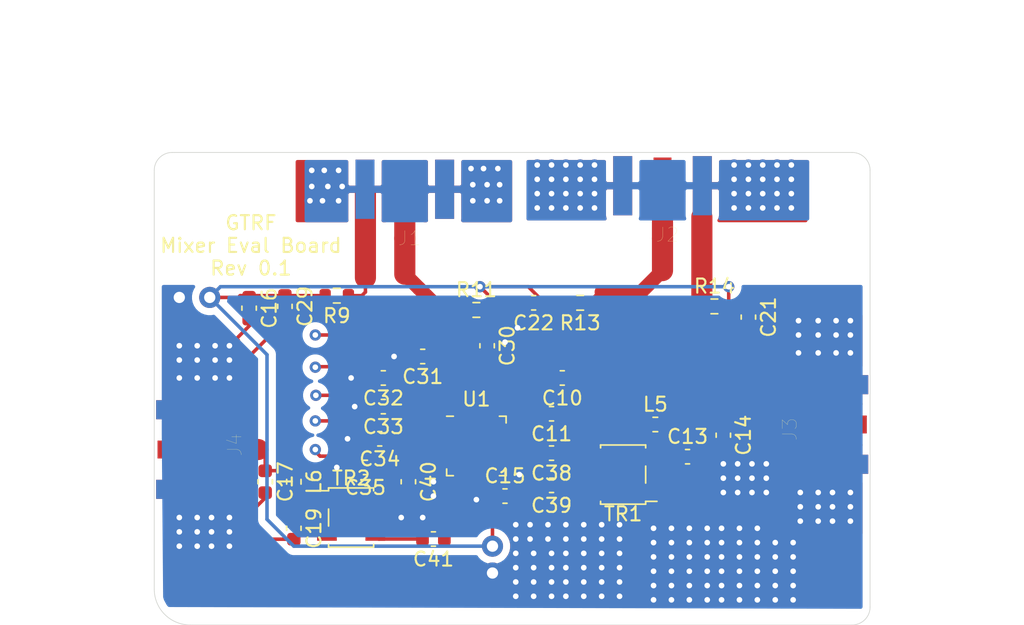
<source format=kicad_pcb>
(kicad_pcb (version 20171130) (host pcbnew "(5.1.9)-1")

  (general
    (thickness 1.6)
    (drawings 9)
    (tracks 437)
    (zones 0)
    (modules 34)
    (nets 31)
  )

  (page A4)
  (layers
    (0 F.Cu signal)
    (31 B.Cu signal)
    (32 B.Adhes user)
    (33 F.Adhes user)
    (34 B.Paste user)
    (35 F.Paste user)
    (36 B.SilkS user)
    (37 F.SilkS user)
    (38 B.Mask user)
    (39 F.Mask user)
    (40 Dwgs.User user)
    (41 Cmts.User user)
    (42 Eco1.User user)
    (43 Eco2.User user)
    (44 Edge.Cuts user)
    (45 Margin user)
    (46 B.CrtYd user)
    (47 F.CrtYd user)
    (48 B.Fab user)
    (49 F.Fab user)
  )

  (setup
    (last_trace_width 0.25)
    (trace_clearance 0.2)
    (zone_clearance 0.508)
    (zone_45_only no)
    (trace_min 0.2)
    (via_size 0.8)
    (via_drill 0.4)
    (via_min_size 0.4)
    (via_min_drill 0.3)
    (uvia_size 0.3)
    (uvia_drill 0.1)
    (uvias_allowed no)
    (uvia_min_size 0.2)
    (uvia_min_drill 0.1)
    (edge_width 0.05)
    (segment_width 0.2)
    (pcb_text_width 0.3)
    (pcb_text_size 1.5 1.5)
    (mod_edge_width 0.12)
    (mod_text_size 1 1)
    (mod_text_width 0.15)
    (pad_size 1.524 1.524)
    (pad_drill 0.762)
    (pad_to_mask_clearance 0)
    (aux_axis_origin 0 0)
    (visible_elements 7FFFFFFF)
    (pcbplotparams
      (layerselection 0x010fc_ffffffff)
      (usegerberextensions false)
      (usegerberattributes true)
      (usegerberadvancedattributes true)
      (creategerberjobfile true)
      (excludeedgelayer true)
      (linewidth 0.100000)
      (plotframeref false)
      (viasonmask false)
      (mode 1)
      (useauxorigin false)
      (hpglpennumber 1)
      (hpglpenspeed 20)
      (hpglpendiameter 15.000000)
      (psnegative false)
      (psa4output false)
      (plotreference true)
      (plotvalue true)
      (plotinvisibletext false)
      (padsonsilk false)
      (subtractmaskfromsilk false)
      (outputformat 1)
      (mirror false)
      (drillshape 1)
      (scaleselection 1)
      (outputdirectory ""))
  )

  (net 0 "")
  (net 1 "Net-(U1-Pad9)")
  (net 2 "Net-(C10-Pad2)")
  (net 3 "Net-(C10-Pad1)")
  (net 4 "Net-(C11-Pad2)")
  (net 5 GND)
  (net 6 "Net-(C13-Pad1)")
  (net 7 "Net-(C14-Pad1)")
  (net 8 "Net-(C17-Pad1)")
  (net 9 "Net-(C19-Pad1)")
  (net 10 REF)
  (net 11 IP2Q)
  (net 12 DCOQ)
  (net 13 DCOI)
  (net 14 IP2I)
  (net 15 "Net-(C38-Pad2)")
  (net 16 "Net-(C38-Pad1)")
  (net 17 "Net-(C39-Pad2)")
  (net 18 "Net-(C39-Pad1)")
  (net 19 "Net-(C40-Pad2)")
  (net 20 "Net-(C40-Pad1)")
  (net 21 "Net-(C41-Pad2)")
  (net 22 "Net-(C41-Pad1)")
  (net 23 "Net-(J1-Pad1)")
  (net 24 "Net-(J2-Pad1)")
  (net 25 EN)
  (net 26 EDC)
  (net 27 EIP2)
  (net 28 "Net-(J1-Pad2_1)")
  (net 29 "Net-(J2-Pad2_1)")
  (net 30 VCC)

  (net_class Default "This is the default net class."
    (clearance 0.2)
    (trace_width 0.25)
    (via_dia 0.8)
    (via_drill 0.4)
    (uvia_dia 0.3)
    (uvia_drill 0.1)
    (add_net DCOI)
    (add_net DCOQ)
    (add_net EDC)
    (add_net EIP2)
    (add_net EN)
    (add_net GND)
    (add_net IP2I)
    (add_net IP2Q)
    (add_net "Net-(C10-Pad1)")
    (add_net "Net-(C10-Pad2)")
    (add_net "Net-(C11-Pad2)")
    (add_net "Net-(C13-Pad1)")
    (add_net "Net-(C14-Pad1)")
    (add_net "Net-(C17-Pad1)")
    (add_net "Net-(C19-Pad1)")
    (add_net "Net-(C38-Pad1)")
    (add_net "Net-(C38-Pad2)")
    (add_net "Net-(C39-Pad1)")
    (add_net "Net-(C39-Pad2)")
    (add_net "Net-(C40-Pad1)")
    (add_net "Net-(C40-Pad2)")
    (add_net "Net-(C41-Pad1)")
    (add_net "Net-(C41-Pad2)")
    (add_net "Net-(J1-Pad1)")
    (add_net "Net-(J1-Pad2_1)")
    (add_net "Net-(J2-Pad1)")
    (add_net "Net-(J2-Pad2_1)")
    (add_net "Net-(U1-Pad9)")
    (add_net REF)
    (add_net VCC)
  )

  (module Capacitor_SMD:C_0603_1608Metric (layer F.Cu) (tedit 5F68FEEE) (tstamp 600C422A)
    (at 197.612 86.106)
    (descr "Capacitor SMD 0603 (1608 Metric), square (rectangular) end terminal, IPC_7351 nominal, (Body size source: IPC-SM-782 page 76, https://www.pcb-3d.com/wordpress/wp-content/uploads/ipc-sm-782a_amendment_1_and_2.pdf), generated with kicad-footprint-generator")
    (tags capacitor)
    (path /600DA39C)
    (attr smd)
    (fp_text reference C15 (at 0 -1.43) (layer F.SilkS)
      (effects (font (size 1 1) (thickness 0.15)))
    )
    (fp_text value C (at 0 1.43) (layer F.Fab)
      (effects (font (size 1 1) (thickness 0.15)))
    )
    (fp_line (start -0.8 0.4) (end -0.8 -0.4) (layer F.Fab) (width 0.1))
    (fp_line (start -0.8 -0.4) (end 0.8 -0.4) (layer F.Fab) (width 0.1))
    (fp_line (start 0.8 -0.4) (end 0.8 0.4) (layer F.Fab) (width 0.1))
    (fp_line (start 0.8 0.4) (end -0.8 0.4) (layer F.Fab) (width 0.1))
    (fp_line (start -0.14058 -0.51) (end 0.14058 -0.51) (layer F.SilkS) (width 0.12))
    (fp_line (start -0.14058 0.51) (end 0.14058 0.51) (layer F.SilkS) (width 0.12))
    (fp_line (start -1.48 0.73) (end -1.48 -0.73) (layer F.CrtYd) (width 0.05))
    (fp_line (start -1.48 -0.73) (end 1.48 -0.73) (layer F.CrtYd) (width 0.05))
    (fp_line (start 1.48 -0.73) (end 1.48 0.73) (layer F.CrtYd) (width 0.05))
    (fp_line (start 1.48 0.73) (end -1.48 0.73) (layer F.CrtYd) (width 0.05))
    (fp_text user %R (at 0 0) (layer F.Fab)
      (effects (font (size 0.4 0.4) (thickness 0.06)))
    )
    (pad 2 smd roundrect (at 0.775 0) (size 0.9 0.95) (layers F.Cu F.Paste F.Mask) (roundrect_rratio 0.25)
      (net 5 GND))
    (pad 1 smd roundrect (at -0.775 0) (size 0.9 0.95) (layers F.Cu F.Paste F.Mask) (roundrect_rratio 0.25)
      (net 30 VCC))
    (model ${KISYS3DMOD}/Capacitor_SMD.3dshapes/C_0603_1608Metric.wrl
      (at (xyz 0 0 0))
      (scale (xyz 1 1 1))
      (rotate (xyz 0 0 0))
    )
  )

  (module "Kevin Library:SAMTEC_SMA-J-P-H-ST-EM1" (layer F.Cu) (tedit 60097A86) (tstamp 600B9E40)
    (at 174.752 82.804 270)
    (path /600C399B)
    (fp_text reference J4 (at -0.34105 -3.66967 90) (layer F.SilkS)
      (effects (font (size 1 1) (thickness 0.015)))
    )
    (fp_text value RF (at 11.20429 12.3677 90) (layer F.Fab)
      (effects (font (size 1 1) (thickness 0.015)))
    )
    (fp_line (start 3.165 1.9) (end 3.165 11.42) (layer F.Fab) (width 0.1))
    (fp_line (start 3.165 11.42) (end -3.165 11.42) (layer F.Fab) (width 0.1))
    (fp_line (start -3.165 11.42) (end -3.165 1.9) (layer F.Fab) (width 0.1))
    (fp_line (start -5 1.9) (end -3.165 1.9) (layer F.Fab) (width 0.1))
    (fp_line (start -3.165 1.9) (end 3.165 1.9) (layer F.Fab) (width 0.1))
    (fp_line (start 3.165 1.9) (end 5 1.9) (layer F.Fab) (width 0.1))
    (fp_line (start -3.165 1.9) (end -3.175 -1.91) (layer F.Fab) (width 0.1))
    (fp_line (start -3.175 -1.91) (end 3.175 -1.91) (layer F.Fab) (width 0.1))
    (fp_line (start 3.175 -1.91) (end 3.165 1.9) (layer F.Fab) (width 0.1))
    (fp_line (start -3.75 -2.55) (end 3.75 -2.55) (layer F.CrtYd) (width 0.05))
    (fp_line (start 3.75 -2.55) (end 3.75 2.15) (layer F.CrtYd) (width 0.05))
    (fp_line (start 3.75 2.15) (end 3.415 2.15) (layer F.CrtYd) (width 0.05))
    (fp_line (start 3.415 2.15) (end 3.415 11.67) (layer F.CrtYd) (width 0.05))
    (fp_line (start 3.415 11.67) (end -3.415 11.67) (layer F.CrtYd) (width 0.05))
    (fp_line (start -3.415 11.67) (end -3.415 2.15) (layer F.CrtYd) (width 0.05))
    (fp_line (start -3.415 2.15) (end -3.75 2.15) (layer F.CrtYd) (width 0.05))
    (fp_line (start -3.75 2.15) (end -3.75 -2.55) (layer F.CrtYd) (width 0.05))
    (fp_text user PCB~EDGE (at 4.30403 1.70159 90) (layer F.Fab)
      (effects (font (size 0.48 0.48) (thickness 0.015)))
    )
    (pad 3_2 smd rect (at 2.825 -0.2 270) (size 1.35 4.2) (layers B.Cu B.Paste B.Mask)
      (net 5 GND))
    (pad 2_2 smd rect (at -2.825 -0.2 270) (size 1.35 4.2) (layers B.Cu B.Paste B.Mask)
      (net 5 GND))
    (pad 3_1 smd rect (at 2.825 -0.2 270) (size 1.35 4.2) (layers F.Cu F.Paste F.Mask)
      (net 5 GND))
    (pad 2_1 smd rect (at -2.825 -0.2 270) (size 1.35 4.2) (layers F.Cu F.Paste F.Mask)
      (net 5 GND))
    (pad 1 smd rect (at 0 0 270) (size 1.27 3.6) (layers F.Cu F.Paste F.Mask)
      (net 8 "Net-(C17-Pad1)"))
  )

  (module "Kevin Library:SAMTEC_SMA-J-P-H-ST-EM1" (layer F.Cu) (tedit 60097A86) (tstamp 600B9E25)
    (at 221.488 81.026 90)
    (path /600C1019)
    (fp_text reference J3 (at -0.34105 -3.66967 90) (layer F.SilkS)
      (effects (font (size 1 1) (thickness 0.015)))
    )
    (fp_text value LO (at 11.20429 12.3677 90) (layer F.Fab)
      (effects (font (size 1 1) (thickness 0.015)))
    )
    (fp_line (start 3.165 1.9) (end 3.165 11.42) (layer F.Fab) (width 0.1))
    (fp_line (start 3.165 11.42) (end -3.165 11.42) (layer F.Fab) (width 0.1))
    (fp_line (start -3.165 11.42) (end -3.165 1.9) (layer F.Fab) (width 0.1))
    (fp_line (start -5 1.9) (end -3.165 1.9) (layer F.Fab) (width 0.1))
    (fp_line (start -3.165 1.9) (end 3.165 1.9) (layer F.Fab) (width 0.1))
    (fp_line (start 3.165 1.9) (end 5 1.9) (layer F.Fab) (width 0.1))
    (fp_line (start -3.165 1.9) (end -3.175 -1.91) (layer F.Fab) (width 0.1))
    (fp_line (start -3.175 -1.91) (end 3.175 -1.91) (layer F.Fab) (width 0.1))
    (fp_line (start 3.175 -1.91) (end 3.165 1.9) (layer F.Fab) (width 0.1))
    (fp_line (start -3.75 -2.55) (end 3.75 -2.55) (layer F.CrtYd) (width 0.05))
    (fp_line (start 3.75 -2.55) (end 3.75 2.15) (layer F.CrtYd) (width 0.05))
    (fp_line (start 3.75 2.15) (end 3.415 2.15) (layer F.CrtYd) (width 0.05))
    (fp_line (start 3.415 2.15) (end 3.415 11.67) (layer F.CrtYd) (width 0.05))
    (fp_line (start 3.415 11.67) (end -3.415 11.67) (layer F.CrtYd) (width 0.05))
    (fp_line (start -3.415 11.67) (end -3.415 2.15) (layer F.CrtYd) (width 0.05))
    (fp_line (start -3.415 2.15) (end -3.75 2.15) (layer F.CrtYd) (width 0.05))
    (fp_line (start -3.75 2.15) (end -3.75 -2.55) (layer F.CrtYd) (width 0.05))
    (fp_text user PCB~EDGE (at 4.30403 1.70159 90) (layer F.Fab)
      (effects (font (size 0.48 0.48) (thickness 0.015)))
    )
    (pad 3_2 smd rect (at 2.825 -0.2 90) (size 1.35 4.2) (layers B.Cu B.Paste B.Mask)
      (net 5 GND))
    (pad 2_2 smd rect (at -2.825 -0.2 90) (size 1.35 4.2) (layers B.Cu B.Paste B.Mask)
      (net 5 GND))
    (pad 3_1 smd rect (at 2.825 -0.2 90) (size 1.35 4.2) (layers F.Cu F.Paste F.Mask)
      (net 5 GND))
    (pad 2_1 smd rect (at -2.825 -0.2 90) (size 1.35 4.2) (layers F.Cu F.Paste F.Mask)
      (net 5 GND))
    (pad 1 smd rect (at 0 0 90) (size 1.27 3.6) (layers F.Cu F.Paste F.Mask)
      (net 7 "Net-(C14-Pad1)"))
  )

  (module "Kevin Library:SAMTEC_SMA-J-P-H-ST-EM1" (layer F.Cu) (tedit 60097A86) (tstamp 600B9E0A)
    (at 208.788 63.881 180)
    (path /600BF77F)
    (fp_text reference J2 (at -0.34105 -3.66967) (layer F.SilkS)
      (effects (font (size 1 1) (thickness 0.015)))
    )
    (fp_text value "Q OUT" (at 11.20429 12.3677) (layer F.Fab)
      (effects (font (size 1 1) (thickness 0.015)))
    )
    (fp_line (start 3.165 1.9) (end 3.165 11.42) (layer F.Fab) (width 0.1))
    (fp_line (start 3.165 11.42) (end -3.165 11.42) (layer F.Fab) (width 0.1))
    (fp_line (start -3.165 11.42) (end -3.165 1.9) (layer F.Fab) (width 0.1))
    (fp_line (start -5 1.9) (end -3.165 1.9) (layer F.Fab) (width 0.1))
    (fp_line (start -3.165 1.9) (end 3.165 1.9) (layer F.Fab) (width 0.1))
    (fp_line (start 3.165 1.9) (end 5 1.9) (layer F.Fab) (width 0.1))
    (fp_line (start -3.165 1.9) (end -3.175 -1.91) (layer F.Fab) (width 0.1))
    (fp_line (start -3.175 -1.91) (end 3.175 -1.91) (layer F.Fab) (width 0.1))
    (fp_line (start 3.175 -1.91) (end 3.165 1.9) (layer F.Fab) (width 0.1))
    (fp_line (start -3.75 -2.55) (end 3.75 -2.55) (layer F.CrtYd) (width 0.05))
    (fp_line (start 3.75 -2.55) (end 3.75 2.15) (layer F.CrtYd) (width 0.05))
    (fp_line (start 3.75 2.15) (end 3.415 2.15) (layer F.CrtYd) (width 0.05))
    (fp_line (start 3.415 2.15) (end 3.415 11.67) (layer F.CrtYd) (width 0.05))
    (fp_line (start 3.415 11.67) (end -3.415 11.67) (layer F.CrtYd) (width 0.05))
    (fp_line (start -3.415 11.67) (end -3.415 2.15) (layer F.CrtYd) (width 0.05))
    (fp_line (start -3.415 2.15) (end -3.75 2.15) (layer F.CrtYd) (width 0.05))
    (fp_line (start -3.75 2.15) (end -3.75 -2.55) (layer F.CrtYd) (width 0.05))
    (fp_text user PCB~EDGE (at 4.30403 1.70159) (layer F.Fab)
      (effects (font (size 0.48 0.48) (thickness 0.015)))
    )
    (pad 3_2 smd rect (at 2.825 -0.2 180) (size 1.35 4.2) (layers B.Cu B.Paste B.Mask)
      (net 29 "Net-(J2-Pad2_1)"))
    (pad 2_2 smd rect (at -2.825 -0.2 180) (size 1.35 4.2) (layers B.Cu B.Paste B.Mask)
      (net 29 "Net-(J2-Pad2_1)"))
    (pad 3_1 smd rect (at 2.825 -0.2 180) (size 1.35 4.2) (layers F.Cu F.Paste F.Mask)
      (net 29 "Net-(J2-Pad2_1)"))
    (pad 2_1 smd rect (at -2.825 -0.2 180) (size 1.35 4.2) (layers F.Cu F.Paste F.Mask)
      (net 29 "Net-(J2-Pad2_1)"))
    (pad 1 smd rect (at 0 0 180) (size 1.27 3.6) (layers F.Cu F.Paste F.Mask)
      (net 24 "Net-(J2-Pad1)"))
  )

  (module "Kevin Library:SAMTEC_SMA-J-P-H-ST-EM1" (layer F.Cu) (tedit 60097A86) (tstamp 600B9DEF)
    (at 190.5 64.135 180)
    (path /600BD939)
    (fp_text reference J1 (at -0.34105 -3.66967) (layer F.SilkS)
      (effects (font (size 1 1) (thickness 0.015)))
    )
    (fp_text value "I OUT" (at 11.20429 12.3677) (layer F.Fab)
      (effects (font (size 1 1) (thickness 0.015)))
    )
    (fp_line (start 3.165 1.9) (end 3.165 11.42) (layer F.Fab) (width 0.1))
    (fp_line (start 3.165 11.42) (end -3.165 11.42) (layer F.Fab) (width 0.1))
    (fp_line (start -3.165 11.42) (end -3.165 1.9) (layer F.Fab) (width 0.1))
    (fp_line (start -5 1.9) (end -3.165 1.9) (layer F.Fab) (width 0.1))
    (fp_line (start -3.165 1.9) (end 3.165 1.9) (layer F.Fab) (width 0.1))
    (fp_line (start 3.165 1.9) (end 5 1.9) (layer F.Fab) (width 0.1))
    (fp_line (start -3.165 1.9) (end -3.175 -1.91) (layer F.Fab) (width 0.1))
    (fp_line (start -3.175 -1.91) (end 3.175 -1.91) (layer F.Fab) (width 0.1))
    (fp_line (start 3.175 -1.91) (end 3.165 1.9) (layer F.Fab) (width 0.1))
    (fp_line (start -3.75 -2.55) (end 3.75 -2.55) (layer F.CrtYd) (width 0.05))
    (fp_line (start 3.75 -2.55) (end 3.75 2.15) (layer F.CrtYd) (width 0.05))
    (fp_line (start 3.75 2.15) (end 3.415 2.15) (layer F.CrtYd) (width 0.05))
    (fp_line (start 3.415 2.15) (end 3.415 11.67) (layer F.CrtYd) (width 0.05))
    (fp_line (start 3.415 11.67) (end -3.415 11.67) (layer F.CrtYd) (width 0.05))
    (fp_line (start -3.415 11.67) (end -3.415 2.15) (layer F.CrtYd) (width 0.05))
    (fp_line (start -3.415 2.15) (end -3.75 2.15) (layer F.CrtYd) (width 0.05))
    (fp_line (start -3.75 2.15) (end -3.75 -2.55) (layer F.CrtYd) (width 0.05))
    (fp_text user PCB~EDGE (at 4.30403 1.70159) (layer F.Fab)
      (effects (font (size 0.48 0.48) (thickness 0.015)))
    )
    (pad 3_2 smd rect (at 2.825 -0.2 180) (size 1.35 4.2) (layers B.Cu B.Paste B.Mask)
      (net 28 "Net-(J1-Pad2_1)"))
    (pad 2_2 smd rect (at -2.825 -0.2 180) (size 1.35 4.2) (layers B.Cu B.Paste B.Mask)
      (net 28 "Net-(J1-Pad2_1)"))
    (pad 3_1 smd rect (at 2.825 -0.2 180) (size 1.35 4.2) (layers F.Cu F.Paste F.Mask)
      (net 28 "Net-(J1-Pad2_1)"))
    (pad 2_1 smd rect (at -2.825 -0.2 180) (size 1.35 4.2) (layers F.Cu F.Paste F.Mask)
      (net 28 "Net-(J1-Pad2_1)"))
    (pad 1 smd rect (at 0 0 180) (size 1.27 3.6) (layers F.Cu F.Paste F.Mask)
      (net 23 "Net-(J1-Pad1)"))
  )

  (module Transformer_SMD:Transformer_MACOM_SM-22 (layer F.Cu) (tedit 5B0BC2F5) (tstamp 600C4442)
    (at 186.69 87.63)
    (descr https://cdn.macom.com/datasheets/ETC1-1-13.pdf)
    (tags "RF Transformer")
    (path /6011795D)
    (attr smd)
    (fp_text reference TR2 (at 0 -2.794) (layer F.SilkS)
      (effects (font (size 1 1) (thickness 0.15)))
    )
    (fp_text value ETC1-1-13 (at 0 2.794) (layer F.Fab)
      (effects (font (size 1 1) (thickness 0.15)))
    )
    (fp_line (start 1.6 2.1) (end 1.6 1.9) (layer F.SilkS) (width 0.12))
    (fp_line (start -1.6 2.1) (end 1.6 2.1) (layer F.SilkS) (width 0.12))
    (fp_line (start -1.6 1.9) (end -1.6 2.1) (layer F.SilkS) (width 0.12))
    (fp_line (start -1.6 -0.6) (end -1.6 0.6) (layer F.SilkS) (width 0.12))
    (fp_line (start -1.6 -1.9) (end -2.4 -1.9) (layer F.SilkS) (width 0.12))
    (fp_line (start -1.6 -2.1) (end -1.6 -1.9) (layer F.SilkS) (width 0.12))
    (fp_line (start 1.6 -2.1) (end -1.6 -2.1) (layer F.SilkS) (width 0.12))
    (fp_line (start 1.6 -1.9) (end 1.6 -2.1) (layer F.SilkS) (width 0.12))
    (fp_line (start -0.6975 -1.915) (end 1.395 -1.915) (layer F.Fab) (width 0.1))
    (fp_line (start 1.395 -1.915) (end 1.395 1.915) (layer F.Fab) (width 0.1))
    (fp_line (start 1.395 1.915) (end -1.395 1.915) (layer F.Fab) (width 0.1))
    (fp_line (start -1.395 1.915) (end -1.395 -1.2175) (layer F.Fab) (width 0.1))
    (fp_line (start -1.395 -1.2175) (end -0.6975 -1.915) (layer F.Fab) (width 0.1))
    (fp_line (start -2.67 -2.17) (end 2.67 -2.17) (layer F.CrtYd) (width 0.05))
    (fp_line (start 2.67 -2.17) (end 2.67 2.17) (layer F.CrtYd) (width 0.05))
    (fp_line (start 2.67 2.17) (end -2.67 2.17) (layer F.CrtYd) (width 0.05))
    (fp_line (start -2.67 2.17) (end -2.67 -2.17) (layer F.CrtYd) (width 0.05))
    (fp_text user %R (at 0 0) (layer F.Fab)
      (effects (font (size 0.6 0.6) (thickness 0.09)))
    )
    (pad 5 smd rect (at 1.715 -1.27) (size 1.4 0.76) (layers F.Cu F.Paste F.Mask)
      (net 19 "Net-(C40-Pad2)"))
    (pad 4 smd rect (at 1.715 0) (size 1.4 0.76) (layers F.Cu F.Paste F.Mask)
      (net 5 GND))
    (pad 3 smd rect (at 1.715 1.27) (size 1.4 0.76) (layers F.Cu F.Paste F.Mask)
      (net 21 "Net-(C41-Pad2)"))
    (pad 2 smd rect (at -1.715 1.27) (size 1.4 0.76) (layers F.Cu F.Paste F.Mask)
      (net 5 GND))
    (pad 1 smd rect (at -1.715 -1.27) (size 1.4 0.76) (layers F.Cu F.Paste F.Mask)
      (net 9 "Net-(C19-Pad1)"))
    (model ${KISYS3DMOD}/Transformer_SMD.3dshapes/Transformer_MACOM_SM-22.wrl
      (at (xyz 0 0 0))
      (scale (xyz 1 1 1))
      (rotate (xyz 0 0 0))
    )
  )

  (module Transformer_SMD:Transformer_MACOM_SM-22 (layer F.Cu) (tedit 5B0BC2F5) (tstamp 600C4427)
    (at 205.994 84.582 180)
    (descr https://cdn.macom.com/datasheets/ETC1-1-13.pdf)
    (tags "RF Transformer")
    (path /600EC3B8)
    (attr smd)
    (fp_text reference TR1 (at 0 -2.794) (layer F.SilkS)
      (effects (font (size 1 1) (thickness 0.15)))
    )
    (fp_text value ETC1-1-13 (at 0 2.794) (layer F.Fab)
      (effects (font (size 1 1) (thickness 0.15)))
    )
    (fp_line (start 1.6 2.1) (end 1.6 1.9) (layer F.SilkS) (width 0.12))
    (fp_line (start -1.6 2.1) (end 1.6 2.1) (layer F.SilkS) (width 0.12))
    (fp_line (start -1.6 1.9) (end -1.6 2.1) (layer F.SilkS) (width 0.12))
    (fp_line (start -1.6 -0.6) (end -1.6 0.6) (layer F.SilkS) (width 0.12))
    (fp_line (start -1.6 -1.9) (end -2.4 -1.9) (layer F.SilkS) (width 0.12))
    (fp_line (start -1.6 -2.1) (end -1.6 -1.9) (layer F.SilkS) (width 0.12))
    (fp_line (start 1.6 -2.1) (end -1.6 -2.1) (layer F.SilkS) (width 0.12))
    (fp_line (start 1.6 -1.9) (end 1.6 -2.1) (layer F.SilkS) (width 0.12))
    (fp_line (start -0.6975 -1.915) (end 1.395 -1.915) (layer F.Fab) (width 0.1))
    (fp_line (start 1.395 -1.915) (end 1.395 1.915) (layer F.Fab) (width 0.1))
    (fp_line (start 1.395 1.915) (end -1.395 1.915) (layer F.Fab) (width 0.1))
    (fp_line (start -1.395 1.915) (end -1.395 -1.2175) (layer F.Fab) (width 0.1))
    (fp_line (start -1.395 -1.2175) (end -0.6975 -1.915) (layer F.Fab) (width 0.1))
    (fp_line (start -2.67 -2.17) (end 2.67 -2.17) (layer F.CrtYd) (width 0.05))
    (fp_line (start 2.67 -2.17) (end 2.67 2.17) (layer F.CrtYd) (width 0.05))
    (fp_line (start 2.67 2.17) (end -2.67 2.17) (layer F.CrtYd) (width 0.05))
    (fp_line (start -2.67 2.17) (end -2.67 -2.17) (layer F.CrtYd) (width 0.05))
    (fp_text user %R (at 0 0) (layer F.Fab)
      (effects (font (size 0.6 0.6) (thickness 0.09)))
    )
    (pad 5 smd rect (at 1.715 -1.27 180) (size 1.4 0.76) (layers F.Cu F.Paste F.Mask)
      (net 18 "Net-(C39-Pad1)"))
    (pad 4 smd rect (at 1.715 0 180) (size 1.4 0.76) (layers F.Cu F.Paste F.Mask)
      (net 5 GND))
    (pad 3 smd rect (at 1.715 1.27 180) (size 1.4 0.76) (layers F.Cu F.Paste F.Mask)
      (net 16 "Net-(C38-Pad1)"))
    (pad 2 smd rect (at -1.715 1.27 180) (size 1.4 0.76) (layers F.Cu F.Paste F.Mask)
      (net 6 "Net-(C13-Pad1)"))
    (pad 1 smd rect (at -1.715 -1.27 180) (size 1.4 0.76) (layers F.Cu F.Paste F.Mask)
      (net 5 GND))
    (model ${KISYS3DMOD}/Transformer_SMD.3dshapes/Transformer_MACOM_SM-22.wrl
      (at (xyz 0 0 0))
      (scale (xyz 1 1 1))
      (rotate (xyz 0 0 0))
    )
  )

  (module Resistor_SMD:R_0603_1608Metric (layer F.Cu) (tedit 5F68FEEE) (tstamp 600C440C)
    (at 212.471 72.644)
    (descr "Resistor SMD 0603 (1608 Metric), square (rectangular) end terminal, IPC_7351 nominal, (Body size source: IPC-SM-782 page 72, https://www.pcb-3d.com/wordpress/wp-content/uploads/ipc-sm-782a_amendment_1_and_2.pdf), generated with kicad-footprint-generator")
    (tags resistor)
    (path /600CBB4E)
    (attr smd)
    (fp_text reference R14 (at 0 -1.43) (layer F.SilkS)
      (effects (font (size 1 1) (thickness 0.15)))
    )
    (fp_text value R (at 0 1.43) (layer F.Fab)
      (effects (font (size 1 1) (thickness 0.15)))
    )
    (fp_line (start -0.8 0.4125) (end -0.8 -0.4125) (layer F.Fab) (width 0.1))
    (fp_line (start -0.8 -0.4125) (end 0.8 -0.4125) (layer F.Fab) (width 0.1))
    (fp_line (start 0.8 -0.4125) (end 0.8 0.4125) (layer F.Fab) (width 0.1))
    (fp_line (start 0.8 0.4125) (end -0.8 0.4125) (layer F.Fab) (width 0.1))
    (fp_line (start -0.237258 -0.5225) (end 0.237258 -0.5225) (layer F.SilkS) (width 0.12))
    (fp_line (start -0.237258 0.5225) (end 0.237258 0.5225) (layer F.SilkS) (width 0.12))
    (fp_line (start -1.48 0.73) (end -1.48 -0.73) (layer F.CrtYd) (width 0.05))
    (fp_line (start -1.48 -0.73) (end 1.48 -0.73) (layer F.CrtYd) (width 0.05))
    (fp_line (start 1.48 -0.73) (end 1.48 0.73) (layer F.CrtYd) (width 0.05))
    (fp_line (start 1.48 0.73) (end -1.48 0.73) (layer F.CrtYd) (width 0.05))
    (fp_text user %R (at 0 0) (layer F.Fab)
      (effects (font (size 0.4 0.4) (thickness 0.06)))
    )
    (pad 2 smd roundrect (at 0.825 0) (size 0.8 0.95) (layers F.Cu F.Paste F.Mask) (roundrect_rratio 0.25)
      (net 30 VCC))
    (pad 1 smd roundrect (at -0.825 0) (size 0.8 0.95) (layers F.Cu F.Paste F.Mask) (roundrect_rratio 0.25)
      (net 29 "Net-(J2-Pad2_1)"))
    (model ${KISYS3DMOD}/Resistor_SMD.3dshapes/R_0603_1608Metric.wrl
      (at (xyz 0 0 0))
      (scale (xyz 1 1 1))
      (rotate (xyz 0 0 0))
    )
  )

  (module Resistor_SMD:R_0603_1608Metric (layer F.Cu) (tedit 5F68FEEE) (tstamp 600C43FB)
    (at 202.946 72.39 180)
    (descr "Resistor SMD 0603 (1608 Metric), square (rectangular) end terminal, IPC_7351 nominal, (Body size source: IPC-SM-782 page 72, https://www.pcb-3d.com/wordpress/wp-content/uploads/ipc-sm-782a_amendment_1_and_2.pdf), generated with kicad-footprint-generator")
    (tags resistor)
    (path /600CB8EB)
    (attr smd)
    (fp_text reference R13 (at 0 -1.43) (layer F.SilkS)
      (effects (font (size 1 1) (thickness 0.15)))
    )
    (fp_text value R (at 0 1.43) (layer F.Fab)
      (effects (font (size 1 1) (thickness 0.15)))
    )
    (fp_line (start -0.8 0.4125) (end -0.8 -0.4125) (layer F.Fab) (width 0.1))
    (fp_line (start -0.8 -0.4125) (end 0.8 -0.4125) (layer F.Fab) (width 0.1))
    (fp_line (start 0.8 -0.4125) (end 0.8 0.4125) (layer F.Fab) (width 0.1))
    (fp_line (start 0.8 0.4125) (end -0.8 0.4125) (layer F.Fab) (width 0.1))
    (fp_line (start -0.237258 -0.5225) (end 0.237258 -0.5225) (layer F.SilkS) (width 0.12))
    (fp_line (start -0.237258 0.5225) (end 0.237258 0.5225) (layer F.SilkS) (width 0.12))
    (fp_line (start -1.48 0.73) (end -1.48 -0.73) (layer F.CrtYd) (width 0.05))
    (fp_line (start -1.48 -0.73) (end 1.48 -0.73) (layer F.CrtYd) (width 0.05))
    (fp_line (start 1.48 -0.73) (end 1.48 0.73) (layer F.CrtYd) (width 0.05))
    (fp_line (start 1.48 0.73) (end -1.48 0.73) (layer F.CrtYd) (width 0.05))
    (fp_text user %R (at 0 0) (layer F.Fab)
      (effects (font (size 0.4 0.4) (thickness 0.06)))
    )
    (pad 2 smd roundrect (at 0.825 0 180) (size 0.8 0.95) (layers F.Cu F.Paste F.Mask) (roundrect_rratio 0.25)
      (net 30 VCC))
    (pad 1 smd roundrect (at -0.825 0 180) (size 0.8 0.95) (layers F.Cu F.Paste F.Mask) (roundrect_rratio 0.25)
      (net 24 "Net-(J2-Pad1)"))
    (model ${KISYS3DMOD}/Resistor_SMD.3dshapes/R_0603_1608Metric.wrl
      (at (xyz 0 0 0))
      (scale (xyz 1 1 1))
      (rotate (xyz 0 0 0))
    )
  )

  (module Resistor_SMD:R_0603_1608Metric (layer F.Cu) (tedit 5F68FEEE) (tstamp 600C43EA)
    (at 195.58 72.898)
    (descr "Resistor SMD 0603 (1608 Metric), square (rectangular) end terminal, IPC_7351 nominal, (Body size source: IPC-SM-782 page 72, https://www.pcb-3d.com/wordpress/wp-content/uploads/ipc-sm-782a_amendment_1_and_2.pdf), generated with kicad-footprint-generator")
    (tags resistor)
    (path /600CB6F4)
    (attr smd)
    (fp_text reference R11 (at 0 -1.43) (layer F.SilkS)
      (effects (font (size 1 1) (thickness 0.15)))
    )
    (fp_text value R (at 0 1.43) (layer F.Fab)
      (effects (font (size 1 1) (thickness 0.15)))
    )
    (fp_line (start -0.8 0.4125) (end -0.8 -0.4125) (layer F.Fab) (width 0.1))
    (fp_line (start -0.8 -0.4125) (end 0.8 -0.4125) (layer F.Fab) (width 0.1))
    (fp_line (start 0.8 -0.4125) (end 0.8 0.4125) (layer F.Fab) (width 0.1))
    (fp_line (start 0.8 0.4125) (end -0.8 0.4125) (layer F.Fab) (width 0.1))
    (fp_line (start -0.237258 -0.5225) (end 0.237258 -0.5225) (layer F.SilkS) (width 0.12))
    (fp_line (start -0.237258 0.5225) (end 0.237258 0.5225) (layer F.SilkS) (width 0.12))
    (fp_line (start -1.48 0.73) (end -1.48 -0.73) (layer F.CrtYd) (width 0.05))
    (fp_line (start -1.48 -0.73) (end 1.48 -0.73) (layer F.CrtYd) (width 0.05))
    (fp_line (start 1.48 -0.73) (end 1.48 0.73) (layer F.CrtYd) (width 0.05))
    (fp_line (start 1.48 0.73) (end -1.48 0.73) (layer F.CrtYd) (width 0.05))
    (fp_text user %R (at 0 0) (layer F.Fab)
      (effects (font (size 0.4 0.4) (thickness 0.06)))
    )
    (pad 2 smd roundrect (at 0.825 0) (size 0.8 0.95) (layers F.Cu F.Paste F.Mask) (roundrect_rratio 0.25)
      (net 30 VCC))
    (pad 1 smd roundrect (at -0.825 0) (size 0.8 0.95) (layers F.Cu F.Paste F.Mask) (roundrect_rratio 0.25)
      (net 23 "Net-(J1-Pad1)"))
    (model ${KISYS3DMOD}/Resistor_SMD.3dshapes/R_0603_1608Metric.wrl
      (at (xyz 0 0 0))
      (scale (xyz 1 1 1))
      (rotate (xyz 0 0 0))
    )
  )

  (module Resistor_SMD:R_0603_1608Metric (layer F.Cu) (tedit 5F68FEEE) (tstamp 600C43D9)
    (at 185.674 71.882 180)
    (descr "Resistor SMD 0603 (1608 Metric), square (rectangular) end terminal, IPC_7351 nominal, (Body size source: IPC-SM-782 page 72, https://www.pcb-3d.com/wordpress/wp-content/uploads/ipc-sm-782a_amendment_1_and_2.pdf), generated with kicad-footprint-generator")
    (tags resistor)
    (path /600C8160)
    (attr smd)
    (fp_text reference R9 (at 0 -1.43) (layer F.SilkS)
      (effects (font (size 1 1) (thickness 0.15)))
    )
    (fp_text value R (at 0 1.43) (layer F.Fab)
      (effects (font (size 1 1) (thickness 0.15)))
    )
    (fp_line (start -0.8 0.4125) (end -0.8 -0.4125) (layer F.Fab) (width 0.1))
    (fp_line (start -0.8 -0.4125) (end 0.8 -0.4125) (layer F.Fab) (width 0.1))
    (fp_line (start 0.8 -0.4125) (end 0.8 0.4125) (layer F.Fab) (width 0.1))
    (fp_line (start 0.8 0.4125) (end -0.8 0.4125) (layer F.Fab) (width 0.1))
    (fp_line (start -0.237258 -0.5225) (end 0.237258 -0.5225) (layer F.SilkS) (width 0.12))
    (fp_line (start -0.237258 0.5225) (end 0.237258 0.5225) (layer F.SilkS) (width 0.12))
    (fp_line (start -1.48 0.73) (end -1.48 -0.73) (layer F.CrtYd) (width 0.05))
    (fp_line (start -1.48 -0.73) (end 1.48 -0.73) (layer F.CrtYd) (width 0.05))
    (fp_line (start 1.48 -0.73) (end 1.48 0.73) (layer F.CrtYd) (width 0.05))
    (fp_line (start 1.48 0.73) (end -1.48 0.73) (layer F.CrtYd) (width 0.05))
    (fp_text user %R (at 0 0) (layer F.Fab)
      (effects (font (size 0.4 0.4) (thickness 0.06)))
    )
    (pad 2 smd roundrect (at 0.825 0 180) (size 0.8 0.95) (layers F.Cu F.Paste F.Mask) (roundrect_rratio 0.25)
      (net 30 VCC))
    (pad 1 smd roundrect (at -0.825 0 180) (size 0.8 0.95) (layers F.Cu F.Paste F.Mask) (roundrect_rratio 0.25)
      (net 28 "Net-(J1-Pad2_1)"))
    (model ${KISYS3DMOD}/Resistor_SMD.3dshapes/R_0603_1608Metric.wrl
      (at (xyz 0 0 0))
      (scale (xyz 1 1 1))
      (rotate (xyz 0 0 0))
    )
  )

  (module Inductor_SMD:L_0603_1608Metric (layer F.Cu) (tedit 5F68FEF0) (tstamp 600C43C8)
    (at 182.626 85.09 270)
    (descr "Inductor SMD 0603 (1608 Metric), square (rectangular) end terminal, IPC_7351 nominal, (Body size source: http://www.tortai-tech.com/upload/download/2011102023233369053.pdf), generated with kicad-footprint-generator")
    (tags inductor)
    (path /600C8DA8)
    (attr smd)
    (fp_text reference L6 (at 0 -1.43 90) (layer F.SilkS)
      (effects (font (size 1 1) (thickness 0.15)))
    )
    (fp_text value L (at 0 1.43 90) (layer F.Fab)
      (effects (font (size 1 1) (thickness 0.15)))
    )
    (fp_line (start -0.8 0.4) (end -0.8 -0.4) (layer F.Fab) (width 0.1))
    (fp_line (start -0.8 -0.4) (end 0.8 -0.4) (layer F.Fab) (width 0.1))
    (fp_line (start 0.8 -0.4) (end 0.8 0.4) (layer F.Fab) (width 0.1))
    (fp_line (start 0.8 0.4) (end -0.8 0.4) (layer F.Fab) (width 0.1))
    (fp_line (start -0.162779 -0.51) (end 0.162779 -0.51) (layer F.SilkS) (width 0.12))
    (fp_line (start -0.162779 0.51) (end 0.162779 0.51) (layer F.SilkS) (width 0.12))
    (fp_line (start -1.48 0.73) (end -1.48 -0.73) (layer F.CrtYd) (width 0.05))
    (fp_line (start -1.48 -0.73) (end 1.48 -0.73) (layer F.CrtYd) (width 0.05))
    (fp_line (start 1.48 -0.73) (end 1.48 0.73) (layer F.CrtYd) (width 0.05))
    (fp_line (start 1.48 0.73) (end -1.48 0.73) (layer F.CrtYd) (width 0.05))
    (fp_text user %R (at 0 0 90) (layer F.Fab)
      (effects (font (size 0.4 0.4) (thickness 0.06)))
    )
    (pad 2 smd roundrect (at 0.7875 0 270) (size 0.875 0.95) (layers F.Cu F.Paste F.Mask) (roundrect_rratio 0.25)
      (net 9 "Net-(C19-Pad1)"))
    (pad 1 smd roundrect (at -0.7875 0 270) (size 0.875 0.95) (layers F.Cu F.Paste F.Mask) (roundrect_rratio 0.25)
      (net 8 "Net-(C17-Pad1)"))
    (model ${KISYS3DMOD}/Inductor_SMD.3dshapes/L_0603_1608Metric.wrl
      (at (xyz 0 0 0))
      (scale (xyz 1 1 1))
      (rotate (xyz 0 0 0))
    )
  )

  (module Inductor_SMD:L_0603_1608Metric (layer F.Cu) (tedit 5F68FEF0) (tstamp 600C43B7)
    (at 208.28 81.026)
    (descr "Inductor SMD 0603 (1608 Metric), square (rectangular) end terminal, IPC_7351 nominal, (Body size source: http://www.tortai-tech.com/upload/download/2011102023233369053.pdf), generated with kicad-footprint-generator")
    (tags inductor)
    (path /600F18A7)
    (attr smd)
    (fp_text reference L5 (at 0 -1.43) (layer F.SilkS)
      (effects (font (size 1 1) (thickness 0.15)))
    )
    (fp_text value L (at 0 1.43) (layer F.Fab)
      (effects (font (size 1 1) (thickness 0.15)))
    )
    (fp_line (start -0.8 0.4) (end -0.8 -0.4) (layer F.Fab) (width 0.1))
    (fp_line (start -0.8 -0.4) (end 0.8 -0.4) (layer F.Fab) (width 0.1))
    (fp_line (start 0.8 -0.4) (end 0.8 0.4) (layer F.Fab) (width 0.1))
    (fp_line (start 0.8 0.4) (end -0.8 0.4) (layer F.Fab) (width 0.1))
    (fp_line (start -0.162779 -0.51) (end 0.162779 -0.51) (layer F.SilkS) (width 0.12))
    (fp_line (start -0.162779 0.51) (end 0.162779 0.51) (layer F.SilkS) (width 0.12))
    (fp_line (start -1.48 0.73) (end -1.48 -0.73) (layer F.CrtYd) (width 0.05))
    (fp_line (start -1.48 -0.73) (end 1.48 -0.73) (layer F.CrtYd) (width 0.05))
    (fp_line (start 1.48 -0.73) (end 1.48 0.73) (layer F.CrtYd) (width 0.05))
    (fp_line (start 1.48 0.73) (end -1.48 0.73) (layer F.CrtYd) (width 0.05))
    (fp_text user %R (at 0 0) (layer F.Fab)
      (effects (font (size 0.4 0.4) (thickness 0.06)))
    )
    (pad 2 smd roundrect (at 0.7875 0) (size 0.875 0.95) (layers F.Cu F.Paste F.Mask) (roundrect_rratio 0.25)
      (net 7 "Net-(C14-Pad1)"))
    (pad 1 smd roundrect (at -0.7875 0) (size 0.875 0.95) (layers F.Cu F.Paste F.Mask) (roundrect_rratio 0.25)
      (net 6 "Net-(C13-Pad1)"))
    (model ${KISYS3DMOD}/Inductor_SMD.3dshapes/L_0603_1608Metric.wrl
      (at (xyz 0 0 0))
      (scale (xyz 1 1 1))
      (rotate (xyz 0 0 0))
    )
  )

  (module Capacitor_SMD:C_0603_1608Metric (layer F.Cu) (tedit 5F68FEEE) (tstamp 600C433A)
    (at 192.532 89.154 180)
    (descr "Capacitor SMD 0603 (1608 Metric), square (rectangular) end terminal, IPC_7351 nominal, (Body size source: IPC-SM-782 page 76, https://www.pcb-3d.com/wordpress/wp-content/uploads/ipc-sm-782a_amendment_1_and_2.pdf), generated with kicad-footprint-generator")
    (tags capacitor)
    (path /601239D0)
    (attr smd)
    (fp_text reference C41 (at 0 -1.43) (layer F.SilkS)
      (effects (font (size 1 1) (thickness 0.15)))
    )
    (fp_text value C (at 0 1.43) (layer F.Fab)
      (effects (font (size 1 1) (thickness 0.15)))
    )
    (fp_line (start -0.8 0.4) (end -0.8 -0.4) (layer F.Fab) (width 0.1))
    (fp_line (start -0.8 -0.4) (end 0.8 -0.4) (layer F.Fab) (width 0.1))
    (fp_line (start 0.8 -0.4) (end 0.8 0.4) (layer F.Fab) (width 0.1))
    (fp_line (start 0.8 0.4) (end -0.8 0.4) (layer F.Fab) (width 0.1))
    (fp_line (start -0.14058 -0.51) (end 0.14058 -0.51) (layer F.SilkS) (width 0.12))
    (fp_line (start -0.14058 0.51) (end 0.14058 0.51) (layer F.SilkS) (width 0.12))
    (fp_line (start -1.48 0.73) (end -1.48 -0.73) (layer F.CrtYd) (width 0.05))
    (fp_line (start -1.48 -0.73) (end 1.48 -0.73) (layer F.CrtYd) (width 0.05))
    (fp_line (start 1.48 -0.73) (end 1.48 0.73) (layer F.CrtYd) (width 0.05))
    (fp_line (start 1.48 0.73) (end -1.48 0.73) (layer F.CrtYd) (width 0.05))
    (fp_text user %R (at 0 0) (layer F.Fab)
      (effects (font (size 0.4 0.4) (thickness 0.06)))
    )
    (pad 2 smd roundrect (at 0.775 0 180) (size 0.9 0.95) (layers F.Cu F.Paste F.Mask) (roundrect_rratio 0.25)
      (net 21 "Net-(C41-Pad2)"))
    (pad 1 smd roundrect (at -0.775 0 180) (size 0.9 0.95) (layers F.Cu F.Paste F.Mask) (roundrect_rratio 0.25)
      (net 22 "Net-(C41-Pad1)"))
    (model ${KISYS3DMOD}/Capacitor_SMD.3dshapes/C_0603_1608Metric.wrl
      (at (xyz 0 0 0))
      (scale (xyz 1 1 1))
      (rotate (xyz 0 0 0))
    )
  )

  (module Capacitor_SMD:C_0603_1608Metric (layer F.Cu) (tedit 5F68FEEE) (tstamp 600C4329)
    (at 190.754 85.09 270)
    (descr "Capacitor SMD 0603 (1608 Metric), square (rectangular) end terminal, IPC_7351 nominal, (Body size source: IPC-SM-782 page 76, https://www.pcb-3d.com/wordpress/wp-content/uploads/ipc-sm-782a_amendment_1_and_2.pdf), generated with kicad-footprint-generator")
    (tags capacitor)
    (path /6011C371)
    (attr smd)
    (fp_text reference C40 (at 0 -1.43 90) (layer F.SilkS)
      (effects (font (size 1 1) (thickness 0.15)))
    )
    (fp_text value C (at 0 1.43 90) (layer F.Fab)
      (effects (font (size 1 1) (thickness 0.15)))
    )
    (fp_line (start -0.8 0.4) (end -0.8 -0.4) (layer F.Fab) (width 0.1))
    (fp_line (start -0.8 -0.4) (end 0.8 -0.4) (layer F.Fab) (width 0.1))
    (fp_line (start 0.8 -0.4) (end 0.8 0.4) (layer F.Fab) (width 0.1))
    (fp_line (start 0.8 0.4) (end -0.8 0.4) (layer F.Fab) (width 0.1))
    (fp_line (start -0.14058 -0.51) (end 0.14058 -0.51) (layer F.SilkS) (width 0.12))
    (fp_line (start -0.14058 0.51) (end 0.14058 0.51) (layer F.SilkS) (width 0.12))
    (fp_line (start -1.48 0.73) (end -1.48 -0.73) (layer F.CrtYd) (width 0.05))
    (fp_line (start -1.48 -0.73) (end 1.48 -0.73) (layer F.CrtYd) (width 0.05))
    (fp_line (start 1.48 -0.73) (end 1.48 0.73) (layer F.CrtYd) (width 0.05))
    (fp_line (start 1.48 0.73) (end -1.48 0.73) (layer F.CrtYd) (width 0.05))
    (fp_text user %R (at 0 0 90) (layer F.Fab)
      (effects (font (size 0.4 0.4) (thickness 0.06)))
    )
    (pad 2 smd roundrect (at 0.775 0 270) (size 0.9 0.95) (layers F.Cu F.Paste F.Mask) (roundrect_rratio 0.25)
      (net 19 "Net-(C40-Pad2)"))
    (pad 1 smd roundrect (at -0.775 0 270) (size 0.9 0.95) (layers F.Cu F.Paste F.Mask) (roundrect_rratio 0.25)
      (net 20 "Net-(C40-Pad1)"))
    (model ${KISYS3DMOD}/Capacitor_SMD.3dshapes/C_0603_1608Metric.wrl
      (at (xyz 0 0 0))
      (scale (xyz 1 1 1))
      (rotate (xyz 0 0 0))
    )
  )

  (module Capacitor_SMD:C_0603_1608Metric (layer F.Cu) (tedit 5F68FEEE) (tstamp 600C4318)
    (at 200.914 85.344 180)
    (descr "Capacitor SMD 0603 (1608 Metric), square (rectangular) end terminal, IPC_7351 nominal, (Body size source: IPC-SM-782 page 76, https://www.pcb-3d.com/wordpress/wp-content/uploads/ipc-sm-782a_amendment_1_and_2.pdf), generated with kicad-footprint-generator")
    (tags capacitor)
    (path /600C451A)
    (attr smd)
    (fp_text reference C39 (at 0 -1.43) (layer F.SilkS)
      (effects (font (size 1 1) (thickness 0.15)))
    )
    (fp_text value C (at 0 1.43) (layer F.Fab)
      (effects (font (size 1 1) (thickness 0.15)))
    )
    (fp_line (start -0.8 0.4) (end -0.8 -0.4) (layer F.Fab) (width 0.1))
    (fp_line (start -0.8 -0.4) (end 0.8 -0.4) (layer F.Fab) (width 0.1))
    (fp_line (start 0.8 -0.4) (end 0.8 0.4) (layer F.Fab) (width 0.1))
    (fp_line (start 0.8 0.4) (end -0.8 0.4) (layer F.Fab) (width 0.1))
    (fp_line (start -0.14058 -0.51) (end 0.14058 -0.51) (layer F.SilkS) (width 0.12))
    (fp_line (start -0.14058 0.51) (end 0.14058 0.51) (layer F.SilkS) (width 0.12))
    (fp_line (start -1.48 0.73) (end -1.48 -0.73) (layer F.CrtYd) (width 0.05))
    (fp_line (start -1.48 -0.73) (end 1.48 -0.73) (layer F.CrtYd) (width 0.05))
    (fp_line (start 1.48 -0.73) (end 1.48 0.73) (layer F.CrtYd) (width 0.05))
    (fp_line (start 1.48 0.73) (end -1.48 0.73) (layer F.CrtYd) (width 0.05))
    (fp_text user %R (at 0 0) (layer F.Fab)
      (effects (font (size 0.4 0.4) (thickness 0.06)))
    )
    (pad 2 smd roundrect (at 0.775 0 180) (size 0.9 0.95) (layers F.Cu F.Paste F.Mask) (roundrect_rratio 0.25)
      (net 17 "Net-(C39-Pad2)"))
    (pad 1 smd roundrect (at -0.775 0 180) (size 0.9 0.95) (layers F.Cu F.Paste F.Mask) (roundrect_rratio 0.25)
      (net 18 "Net-(C39-Pad1)"))
    (model ${KISYS3DMOD}/Capacitor_SMD.3dshapes/C_0603_1608Metric.wrl
      (at (xyz 0 0 0))
      (scale (xyz 1 1 1))
      (rotate (xyz 0 0 0))
    )
  )

  (module Capacitor_SMD:C_0603_1608Metric (layer F.Cu) (tedit 5F68FEEE) (tstamp 600C4307)
    (at 200.914 83.058 180)
    (descr "Capacitor SMD 0603 (1608 Metric), square (rectangular) end terminal, IPC_7351 nominal, (Body size source: IPC-SM-782 page 76, https://www.pcb-3d.com/wordpress/wp-content/uploads/ipc-sm-782a_amendment_1_and_2.pdf), generated with kicad-footprint-generator")
    (tags capacitor)
    (path /600C4183)
    (attr smd)
    (fp_text reference C38 (at 0 -1.43) (layer F.SilkS)
      (effects (font (size 1 1) (thickness 0.15)))
    )
    (fp_text value C (at 0 1.43) (layer F.Fab)
      (effects (font (size 1 1) (thickness 0.15)))
    )
    (fp_line (start -0.8 0.4) (end -0.8 -0.4) (layer F.Fab) (width 0.1))
    (fp_line (start -0.8 -0.4) (end 0.8 -0.4) (layer F.Fab) (width 0.1))
    (fp_line (start 0.8 -0.4) (end 0.8 0.4) (layer F.Fab) (width 0.1))
    (fp_line (start 0.8 0.4) (end -0.8 0.4) (layer F.Fab) (width 0.1))
    (fp_line (start -0.14058 -0.51) (end 0.14058 -0.51) (layer F.SilkS) (width 0.12))
    (fp_line (start -0.14058 0.51) (end 0.14058 0.51) (layer F.SilkS) (width 0.12))
    (fp_line (start -1.48 0.73) (end -1.48 -0.73) (layer F.CrtYd) (width 0.05))
    (fp_line (start -1.48 -0.73) (end 1.48 -0.73) (layer F.CrtYd) (width 0.05))
    (fp_line (start 1.48 -0.73) (end 1.48 0.73) (layer F.CrtYd) (width 0.05))
    (fp_line (start 1.48 0.73) (end -1.48 0.73) (layer F.CrtYd) (width 0.05))
    (fp_text user %R (at 0 0) (layer F.Fab)
      (effects (font (size 0.4 0.4) (thickness 0.06)))
    )
    (pad 2 smd roundrect (at 0.775 0 180) (size 0.9 0.95) (layers F.Cu F.Paste F.Mask) (roundrect_rratio 0.25)
      (net 15 "Net-(C38-Pad2)"))
    (pad 1 smd roundrect (at -0.775 0 180) (size 0.9 0.95) (layers F.Cu F.Paste F.Mask) (roundrect_rratio 0.25)
      (net 16 "Net-(C38-Pad1)"))
    (model ${KISYS3DMOD}/Capacitor_SMD.3dshapes/C_0603_1608Metric.wrl
      (at (xyz 0 0 0))
      (scale (xyz 1 1 1))
      (rotate (xyz 0 0 0))
    )
  )

  (module Capacitor_SMD:C_0603_1608Metric (layer F.Cu) (tedit 5F68FEEE) (tstamp 600C42F6)
    (at 187.706 84.074 180)
    (descr "Capacitor SMD 0603 (1608 Metric), square (rectangular) end terminal, IPC_7351 nominal, (Body size source: IPC-SM-782 page 76, https://www.pcb-3d.com/wordpress/wp-content/uploads/ipc-sm-782a_amendment_1_and_2.pdf), generated with kicad-footprint-generator")
    (tags capacitor)
    (path /60106420)
    (attr smd)
    (fp_text reference C35 (at 0 -1.43) (layer F.SilkS)
      (effects (font (size 1 1) (thickness 0.15)))
    )
    (fp_text value C (at 0 1.43) (layer F.Fab)
      (effects (font (size 1 1) (thickness 0.15)))
    )
    (fp_line (start -0.8 0.4) (end -0.8 -0.4) (layer F.Fab) (width 0.1))
    (fp_line (start -0.8 -0.4) (end 0.8 -0.4) (layer F.Fab) (width 0.1))
    (fp_line (start 0.8 -0.4) (end 0.8 0.4) (layer F.Fab) (width 0.1))
    (fp_line (start 0.8 0.4) (end -0.8 0.4) (layer F.Fab) (width 0.1))
    (fp_line (start -0.14058 -0.51) (end 0.14058 -0.51) (layer F.SilkS) (width 0.12))
    (fp_line (start -0.14058 0.51) (end 0.14058 0.51) (layer F.SilkS) (width 0.12))
    (fp_line (start -1.48 0.73) (end -1.48 -0.73) (layer F.CrtYd) (width 0.05))
    (fp_line (start -1.48 -0.73) (end 1.48 -0.73) (layer F.CrtYd) (width 0.05))
    (fp_line (start 1.48 -0.73) (end 1.48 0.73) (layer F.CrtYd) (width 0.05))
    (fp_line (start 1.48 0.73) (end -1.48 0.73) (layer F.CrtYd) (width 0.05))
    (fp_text user %R (at 0 0) (layer F.Fab)
      (effects (font (size 0.4 0.4) (thickness 0.06)))
    )
    (pad 2 smd roundrect (at 0.775 0 180) (size 0.9 0.95) (layers F.Cu F.Paste F.Mask) (roundrect_rratio 0.25)
      (net 5 GND))
    (pad 1 smd roundrect (at -0.775 0 180) (size 0.9 0.95) (layers F.Cu F.Paste F.Mask) (roundrect_rratio 0.25)
      (net 14 IP2I))
    (model ${KISYS3DMOD}/Capacitor_SMD.3dshapes/C_0603_1608Metric.wrl
      (at (xyz 0 0 0))
      (scale (xyz 1 1 1))
      (rotate (xyz 0 0 0))
    )
  )

  (module Capacitor_SMD:C_0603_1608Metric (layer F.Cu) (tedit 5F68FEEE) (tstamp 600C42E5)
    (at 188.722 82.042 180)
    (descr "Capacitor SMD 0603 (1608 Metric), square (rectangular) end terminal, IPC_7351 nominal, (Body size source: IPC-SM-782 page 76, https://www.pcb-3d.com/wordpress/wp-content/uploads/ipc-sm-782a_amendment_1_and_2.pdf), generated with kicad-footprint-generator")
    (tags capacitor)
    (path /60106293)
    (attr smd)
    (fp_text reference C34 (at 0 -1.43) (layer F.SilkS)
      (effects (font (size 1 1) (thickness 0.15)))
    )
    (fp_text value C (at 0 1.43) (layer F.Fab)
      (effects (font (size 1 1) (thickness 0.15)))
    )
    (fp_line (start -0.8 0.4) (end -0.8 -0.4) (layer F.Fab) (width 0.1))
    (fp_line (start -0.8 -0.4) (end 0.8 -0.4) (layer F.Fab) (width 0.1))
    (fp_line (start 0.8 -0.4) (end 0.8 0.4) (layer F.Fab) (width 0.1))
    (fp_line (start 0.8 0.4) (end -0.8 0.4) (layer F.Fab) (width 0.1))
    (fp_line (start -0.14058 -0.51) (end 0.14058 -0.51) (layer F.SilkS) (width 0.12))
    (fp_line (start -0.14058 0.51) (end 0.14058 0.51) (layer F.SilkS) (width 0.12))
    (fp_line (start -1.48 0.73) (end -1.48 -0.73) (layer F.CrtYd) (width 0.05))
    (fp_line (start -1.48 -0.73) (end 1.48 -0.73) (layer F.CrtYd) (width 0.05))
    (fp_line (start 1.48 -0.73) (end 1.48 0.73) (layer F.CrtYd) (width 0.05))
    (fp_line (start 1.48 0.73) (end -1.48 0.73) (layer F.CrtYd) (width 0.05))
    (fp_text user %R (at 0 0) (layer F.Fab)
      (effects (font (size 0.4 0.4) (thickness 0.06)))
    )
    (pad 2 smd roundrect (at 0.775 0 180) (size 0.9 0.95) (layers F.Cu F.Paste F.Mask) (roundrect_rratio 0.25)
      (net 5 GND))
    (pad 1 smd roundrect (at -0.775 0 180) (size 0.9 0.95) (layers F.Cu F.Paste F.Mask) (roundrect_rratio 0.25)
      (net 13 DCOI))
    (model ${KISYS3DMOD}/Capacitor_SMD.3dshapes/C_0603_1608Metric.wrl
      (at (xyz 0 0 0))
      (scale (xyz 1 1 1))
      (rotate (xyz 0 0 0))
    )
  )

  (module Capacitor_SMD:C_0603_1608Metric (layer F.Cu) (tedit 5F68FEEE) (tstamp 600C42D4)
    (at 188.976 79.756 180)
    (descr "Capacitor SMD 0603 (1608 Metric), square (rectangular) end terminal, IPC_7351 nominal, (Body size source: IPC-SM-782 page 76, https://www.pcb-3d.com/wordpress/wp-content/uploads/ipc-sm-782a_amendment_1_and_2.pdf), generated with kicad-footprint-generator")
    (tags capacitor)
    (path /60105F11)
    (attr smd)
    (fp_text reference C33 (at 0 -1.43) (layer F.SilkS)
      (effects (font (size 1 1) (thickness 0.15)))
    )
    (fp_text value C (at 0 1.43) (layer F.Fab)
      (effects (font (size 1 1) (thickness 0.15)))
    )
    (fp_line (start -0.8 0.4) (end -0.8 -0.4) (layer F.Fab) (width 0.1))
    (fp_line (start -0.8 -0.4) (end 0.8 -0.4) (layer F.Fab) (width 0.1))
    (fp_line (start 0.8 -0.4) (end 0.8 0.4) (layer F.Fab) (width 0.1))
    (fp_line (start 0.8 0.4) (end -0.8 0.4) (layer F.Fab) (width 0.1))
    (fp_line (start -0.14058 -0.51) (end 0.14058 -0.51) (layer F.SilkS) (width 0.12))
    (fp_line (start -0.14058 0.51) (end 0.14058 0.51) (layer F.SilkS) (width 0.12))
    (fp_line (start -1.48 0.73) (end -1.48 -0.73) (layer F.CrtYd) (width 0.05))
    (fp_line (start -1.48 -0.73) (end 1.48 -0.73) (layer F.CrtYd) (width 0.05))
    (fp_line (start 1.48 -0.73) (end 1.48 0.73) (layer F.CrtYd) (width 0.05))
    (fp_line (start 1.48 0.73) (end -1.48 0.73) (layer F.CrtYd) (width 0.05))
    (fp_text user %R (at 0 0) (layer F.Fab)
      (effects (font (size 0.4 0.4) (thickness 0.06)))
    )
    (pad 2 smd roundrect (at 0.775 0 180) (size 0.9 0.95) (layers F.Cu F.Paste F.Mask) (roundrect_rratio 0.25)
      (net 5 GND))
    (pad 1 smd roundrect (at -0.775 0 180) (size 0.9 0.95) (layers F.Cu F.Paste F.Mask) (roundrect_rratio 0.25)
      (net 12 DCOQ))
    (model ${KISYS3DMOD}/Capacitor_SMD.3dshapes/C_0603_1608Metric.wrl
      (at (xyz 0 0 0))
      (scale (xyz 1 1 1))
      (rotate (xyz 0 0 0))
    )
  )

  (module Capacitor_SMD:C_0603_1608Metric (layer F.Cu) (tedit 5F68FEEE) (tstamp 600C42C3)
    (at 188.976 77.724 180)
    (descr "Capacitor SMD 0603 (1608 Metric), square (rectangular) end terminal, IPC_7351 nominal, (Body size source: IPC-SM-782 page 76, https://www.pcb-3d.com/wordpress/wp-content/uploads/ipc-sm-782a_amendment_1_and_2.pdf), generated with kicad-footprint-generator")
    (tags capacitor)
    (path /601058C6)
    (attr smd)
    (fp_text reference C32 (at 0 -1.43) (layer F.SilkS)
      (effects (font (size 1 1) (thickness 0.15)))
    )
    (fp_text value C (at 0 1.43) (layer F.Fab)
      (effects (font (size 1 1) (thickness 0.15)))
    )
    (fp_line (start -0.8 0.4) (end -0.8 -0.4) (layer F.Fab) (width 0.1))
    (fp_line (start -0.8 -0.4) (end 0.8 -0.4) (layer F.Fab) (width 0.1))
    (fp_line (start 0.8 -0.4) (end 0.8 0.4) (layer F.Fab) (width 0.1))
    (fp_line (start 0.8 0.4) (end -0.8 0.4) (layer F.Fab) (width 0.1))
    (fp_line (start -0.14058 -0.51) (end 0.14058 -0.51) (layer F.SilkS) (width 0.12))
    (fp_line (start -0.14058 0.51) (end 0.14058 0.51) (layer F.SilkS) (width 0.12))
    (fp_line (start -1.48 0.73) (end -1.48 -0.73) (layer F.CrtYd) (width 0.05))
    (fp_line (start -1.48 -0.73) (end 1.48 -0.73) (layer F.CrtYd) (width 0.05))
    (fp_line (start 1.48 -0.73) (end 1.48 0.73) (layer F.CrtYd) (width 0.05))
    (fp_line (start 1.48 0.73) (end -1.48 0.73) (layer F.CrtYd) (width 0.05))
    (fp_text user %R (at 0 0) (layer F.Fab)
      (effects (font (size 0.4 0.4) (thickness 0.06)))
    )
    (pad 2 smd roundrect (at 0.775 0 180) (size 0.9 0.95) (layers F.Cu F.Paste F.Mask) (roundrect_rratio 0.25)
      (net 5 GND))
    (pad 1 smd roundrect (at -0.775 0 180) (size 0.9 0.95) (layers F.Cu F.Paste F.Mask) (roundrect_rratio 0.25)
      (net 11 IP2Q))
    (model ${KISYS3DMOD}/Capacitor_SMD.3dshapes/C_0603_1608Metric.wrl
      (at (xyz 0 0 0))
      (scale (xyz 1 1 1))
      (rotate (xyz 0 0 0))
    )
  )

  (module Capacitor_SMD:C_0603_1608Metric (layer F.Cu) (tedit 5F68FEEE) (tstamp 600C42B2)
    (at 191.77 76.2 180)
    (descr "Capacitor SMD 0603 (1608 Metric), square (rectangular) end terminal, IPC_7351 nominal, (Body size source: IPC-SM-782 page 76, https://www.pcb-3d.com/wordpress/wp-content/uploads/ipc-sm-782a_amendment_1_and_2.pdf), generated with kicad-footprint-generator")
    (tags capacitor)
    (path /60185825)
    (attr smd)
    (fp_text reference C31 (at 0 -1.43) (layer F.SilkS)
      (effects (font (size 1 1) (thickness 0.15)))
    )
    (fp_text value C (at 0 1.43) (layer F.Fab)
      (effects (font (size 1 1) (thickness 0.15)))
    )
    (fp_line (start -0.8 0.4) (end -0.8 -0.4) (layer F.Fab) (width 0.1))
    (fp_line (start -0.8 -0.4) (end 0.8 -0.4) (layer F.Fab) (width 0.1))
    (fp_line (start 0.8 -0.4) (end 0.8 0.4) (layer F.Fab) (width 0.1))
    (fp_line (start 0.8 0.4) (end -0.8 0.4) (layer F.Fab) (width 0.1))
    (fp_line (start -0.14058 -0.51) (end 0.14058 -0.51) (layer F.SilkS) (width 0.12))
    (fp_line (start -0.14058 0.51) (end 0.14058 0.51) (layer F.SilkS) (width 0.12))
    (fp_line (start -1.48 0.73) (end -1.48 -0.73) (layer F.CrtYd) (width 0.05))
    (fp_line (start -1.48 -0.73) (end 1.48 -0.73) (layer F.CrtYd) (width 0.05))
    (fp_line (start 1.48 -0.73) (end 1.48 0.73) (layer F.CrtYd) (width 0.05))
    (fp_line (start 1.48 0.73) (end -1.48 0.73) (layer F.CrtYd) (width 0.05))
    (fp_text user %R (at 0 0) (layer F.Fab)
      (effects (font (size 0.4 0.4) (thickness 0.06)))
    )
    (pad 2 smd roundrect (at 0.775 0 180) (size 0.9 0.95) (layers F.Cu F.Paste F.Mask) (roundrect_rratio 0.25)
      (net 5 GND))
    (pad 1 smd roundrect (at -0.775 0 180) (size 0.9 0.95) (layers F.Cu F.Paste F.Mask) (roundrect_rratio 0.25)
      (net 10 REF))
    (model ${KISYS3DMOD}/Capacitor_SMD.3dshapes/C_0603_1608Metric.wrl
      (at (xyz 0 0 0))
      (scale (xyz 1 1 1))
      (rotate (xyz 0 0 0))
    )
  )

  (module Capacitor_SMD:C_0603_1608Metric (layer F.Cu) (tedit 5F68FEEE) (tstamp 600C42A1)
    (at 196.342 75.438 270)
    (descr "Capacitor SMD 0603 (1608 Metric), square (rectangular) end terminal, IPC_7351 nominal, (Body size source: IPC-SM-782 page 76, https://www.pcb-3d.com/wordpress/wp-content/uploads/ipc-sm-782a_amendment_1_and_2.pdf), generated with kicad-footprint-generator")
    (tags capacitor)
    (path /600CA8E4)
    (attr smd)
    (fp_text reference C30 (at 0 -1.43 90) (layer F.SilkS)
      (effects (font (size 1 1) (thickness 0.15)))
    )
    (fp_text value C (at 0 1.43 90) (layer F.Fab)
      (effects (font (size 1 1) (thickness 0.15)))
    )
    (fp_line (start -0.8 0.4) (end -0.8 -0.4) (layer F.Fab) (width 0.1))
    (fp_line (start -0.8 -0.4) (end 0.8 -0.4) (layer F.Fab) (width 0.1))
    (fp_line (start 0.8 -0.4) (end 0.8 0.4) (layer F.Fab) (width 0.1))
    (fp_line (start 0.8 0.4) (end -0.8 0.4) (layer F.Fab) (width 0.1))
    (fp_line (start -0.14058 -0.51) (end 0.14058 -0.51) (layer F.SilkS) (width 0.12))
    (fp_line (start -0.14058 0.51) (end 0.14058 0.51) (layer F.SilkS) (width 0.12))
    (fp_line (start -1.48 0.73) (end -1.48 -0.73) (layer F.CrtYd) (width 0.05))
    (fp_line (start -1.48 -0.73) (end 1.48 -0.73) (layer F.CrtYd) (width 0.05))
    (fp_line (start 1.48 -0.73) (end 1.48 0.73) (layer F.CrtYd) (width 0.05))
    (fp_line (start 1.48 0.73) (end -1.48 0.73) (layer F.CrtYd) (width 0.05))
    (fp_text user %R (at 0 0 90) (layer F.Fab)
      (effects (font (size 0.4 0.4) (thickness 0.06)))
    )
    (pad 2 smd roundrect (at 0.775 0 270) (size 0.9 0.95) (layers F.Cu F.Paste F.Mask) (roundrect_rratio 0.25)
      (net 5 GND))
    (pad 1 smd roundrect (at -0.775 0 270) (size 0.9 0.95) (layers F.Cu F.Paste F.Mask) (roundrect_rratio 0.25)
      (net 30 VCC))
    (model ${KISYS3DMOD}/Capacitor_SMD.3dshapes/C_0603_1608Metric.wrl
      (at (xyz 0 0 0))
      (scale (xyz 1 1 1))
      (rotate (xyz 0 0 0))
    )
  )

  (module Capacitor_SMD:C_0603_1608Metric (layer F.Cu) (tedit 5F68FEEE) (tstamp 600C4290)
    (at 181.991 72.644 270)
    (descr "Capacitor SMD 0603 (1608 Metric), square (rectangular) end terminal, IPC_7351 nominal, (Body size source: IPC-SM-782 page 76, https://www.pcb-3d.com/wordpress/wp-content/uploads/ipc-sm-782a_amendment_1_and_2.pdf), generated with kicad-footprint-generator")
    (tags capacitor)
    (path /600CB0B4)
    (attr smd)
    (fp_text reference C29 (at 0 -1.43 90) (layer F.SilkS)
      (effects (font (size 1 1) (thickness 0.15)))
    )
    (fp_text value C (at 0 1.43 90) (layer F.Fab)
      (effects (font (size 1 1) (thickness 0.15)))
    )
    (fp_line (start -0.8 0.4) (end -0.8 -0.4) (layer F.Fab) (width 0.1))
    (fp_line (start -0.8 -0.4) (end 0.8 -0.4) (layer F.Fab) (width 0.1))
    (fp_line (start 0.8 -0.4) (end 0.8 0.4) (layer F.Fab) (width 0.1))
    (fp_line (start 0.8 0.4) (end -0.8 0.4) (layer F.Fab) (width 0.1))
    (fp_line (start -0.14058 -0.51) (end 0.14058 -0.51) (layer F.SilkS) (width 0.12))
    (fp_line (start -0.14058 0.51) (end 0.14058 0.51) (layer F.SilkS) (width 0.12))
    (fp_line (start -1.48 0.73) (end -1.48 -0.73) (layer F.CrtYd) (width 0.05))
    (fp_line (start -1.48 -0.73) (end 1.48 -0.73) (layer F.CrtYd) (width 0.05))
    (fp_line (start 1.48 -0.73) (end 1.48 0.73) (layer F.CrtYd) (width 0.05))
    (fp_line (start 1.48 0.73) (end -1.48 0.73) (layer F.CrtYd) (width 0.05))
    (fp_text user %R (at 0 0 90) (layer F.Fab)
      (effects (font (size 0.4 0.4) (thickness 0.06)))
    )
    (pad 2 smd roundrect (at 0.775 0 270) (size 0.9 0.95) (layers F.Cu F.Paste F.Mask) (roundrect_rratio 0.25)
      (net 5 GND))
    (pad 1 smd roundrect (at -0.775 0 270) (size 0.9 0.95) (layers F.Cu F.Paste F.Mask) (roundrect_rratio 0.25)
      (net 30 VCC))
    (model ${KISYS3DMOD}/Capacitor_SMD.3dshapes/C_0603_1608Metric.wrl
      (at (xyz 0 0 0))
      (scale (xyz 1 1 1))
      (rotate (xyz 0 0 0))
    )
  )

  (module Capacitor_SMD:C_0603_1608Metric (layer F.Cu) (tedit 5F68FEEE) (tstamp 600C427F)
    (at 199.644 72.39 180)
    (descr "Capacitor SMD 0603 (1608 Metric), square (rectangular) end terminal, IPC_7351 nominal, (Body size source: IPC-SM-782 page 76, https://www.pcb-3d.com/wordpress/wp-content/uploads/ipc-sm-782a_amendment_1_and_2.pdf), generated with kicad-footprint-generator")
    (tags capacitor)
    (path /600C99E3)
    (attr smd)
    (fp_text reference C22 (at 0 -1.43) (layer F.SilkS)
      (effects (font (size 1 1) (thickness 0.15)))
    )
    (fp_text value C (at 0 1.43) (layer F.Fab)
      (effects (font (size 1 1) (thickness 0.15)))
    )
    (fp_line (start -0.8 0.4) (end -0.8 -0.4) (layer F.Fab) (width 0.1))
    (fp_line (start -0.8 -0.4) (end 0.8 -0.4) (layer F.Fab) (width 0.1))
    (fp_line (start 0.8 -0.4) (end 0.8 0.4) (layer F.Fab) (width 0.1))
    (fp_line (start 0.8 0.4) (end -0.8 0.4) (layer F.Fab) (width 0.1))
    (fp_line (start -0.14058 -0.51) (end 0.14058 -0.51) (layer F.SilkS) (width 0.12))
    (fp_line (start -0.14058 0.51) (end 0.14058 0.51) (layer F.SilkS) (width 0.12))
    (fp_line (start -1.48 0.73) (end -1.48 -0.73) (layer F.CrtYd) (width 0.05))
    (fp_line (start -1.48 -0.73) (end 1.48 -0.73) (layer F.CrtYd) (width 0.05))
    (fp_line (start 1.48 -0.73) (end 1.48 0.73) (layer F.CrtYd) (width 0.05))
    (fp_line (start 1.48 0.73) (end -1.48 0.73) (layer F.CrtYd) (width 0.05))
    (fp_text user %R (at 0 0) (layer F.Fab)
      (effects (font (size 0.4 0.4) (thickness 0.06)))
    )
    (pad 2 smd roundrect (at 0.775 0 180) (size 0.9 0.95) (layers F.Cu F.Paste F.Mask) (roundrect_rratio 0.25)
      (net 5 GND))
    (pad 1 smd roundrect (at -0.775 0 180) (size 0.9 0.95) (layers F.Cu F.Paste F.Mask) (roundrect_rratio 0.25)
      (net 30 VCC))
    (model ${KISYS3DMOD}/Capacitor_SMD.3dshapes/C_0603_1608Metric.wrl
      (at (xyz 0 0 0))
      (scale (xyz 1 1 1))
      (rotate (xyz 0 0 0))
    )
  )

  (module Capacitor_SMD:C_0603_1608Metric (layer F.Cu) (tedit 5F68FEEE) (tstamp 600C426E)
    (at 214.884 73.406 270)
    (descr "Capacitor SMD 0603 (1608 Metric), square (rectangular) end terminal, IPC_7351 nominal, (Body size source: IPC-SM-782 page 76, https://www.pcb-3d.com/wordpress/wp-content/uploads/ipc-sm-782a_amendment_1_and_2.pdf), generated with kicad-footprint-generator")
    (tags capacitor)
    (path /600CABCB)
    (attr smd)
    (fp_text reference C21 (at 0 -1.43 90) (layer F.SilkS)
      (effects (font (size 1 1) (thickness 0.15)))
    )
    (fp_text value C (at 0 1.43 90) (layer F.Fab)
      (effects (font (size 1 1) (thickness 0.15)))
    )
    (fp_line (start -0.8 0.4) (end -0.8 -0.4) (layer F.Fab) (width 0.1))
    (fp_line (start -0.8 -0.4) (end 0.8 -0.4) (layer F.Fab) (width 0.1))
    (fp_line (start 0.8 -0.4) (end 0.8 0.4) (layer F.Fab) (width 0.1))
    (fp_line (start 0.8 0.4) (end -0.8 0.4) (layer F.Fab) (width 0.1))
    (fp_line (start -0.14058 -0.51) (end 0.14058 -0.51) (layer F.SilkS) (width 0.12))
    (fp_line (start -0.14058 0.51) (end 0.14058 0.51) (layer F.SilkS) (width 0.12))
    (fp_line (start -1.48 0.73) (end -1.48 -0.73) (layer F.CrtYd) (width 0.05))
    (fp_line (start -1.48 -0.73) (end 1.48 -0.73) (layer F.CrtYd) (width 0.05))
    (fp_line (start 1.48 -0.73) (end 1.48 0.73) (layer F.CrtYd) (width 0.05))
    (fp_line (start 1.48 0.73) (end -1.48 0.73) (layer F.CrtYd) (width 0.05))
    (fp_text user %R (at 0 0 90) (layer F.Fab)
      (effects (font (size 0.4 0.4) (thickness 0.06)))
    )
    (pad 2 smd roundrect (at 0.775 0 270) (size 0.9 0.95) (layers F.Cu F.Paste F.Mask) (roundrect_rratio 0.25)
      (net 5 GND))
    (pad 1 smd roundrect (at -0.775 0 270) (size 0.9 0.95) (layers F.Cu F.Paste F.Mask) (roundrect_rratio 0.25)
      (net 30 VCC))
    (model ${KISYS3DMOD}/Capacitor_SMD.3dshapes/C_0603_1608Metric.wrl
      (at (xyz 0 0 0))
      (scale (xyz 1 1 1))
      (rotate (xyz 0 0 0))
    )
  )

  (module Capacitor_SMD:C_0603_1608Metric (layer F.Cu) (tedit 5F68FEEE) (tstamp 600C425D)
    (at 182.626 88.392 270)
    (descr "Capacitor SMD 0603 (1608 Metric), square (rectangular) end terminal, IPC_7351 nominal, (Body size source: IPC-SM-782 page 76, https://www.pcb-3d.com/wordpress/wp-content/uploads/ipc-sm-782a_amendment_1_and_2.pdf), generated with kicad-footprint-generator")
    (tags capacitor)
    (path /6011A930)
    (attr smd)
    (fp_text reference C19 (at 0 -1.43 90) (layer F.SilkS)
      (effects (font (size 1 1) (thickness 0.15)))
    )
    (fp_text value C (at 0 1.43 90) (layer F.Fab)
      (effects (font (size 1 1) (thickness 0.15)))
    )
    (fp_line (start -0.8 0.4) (end -0.8 -0.4) (layer F.Fab) (width 0.1))
    (fp_line (start -0.8 -0.4) (end 0.8 -0.4) (layer F.Fab) (width 0.1))
    (fp_line (start 0.8 -0.4) (end 0.8 0.4) (layer F.Fab) (width 0.1))
    (fp_line (start 0.8 0.4) (end -0.8 0.4) (layer F.Fab) (width 0.1))
    (fp_line (start -0.14058 -0.51) (end 0.14058 -0.51) (layer F.SilkS) (width 0.12))
    (fp_line (start -0.14058 0.51) (end 0.14058 0.51) (layer F.SilkS) (width 0.12))
    (fp_line (start -1.48 0.73) (end -1.48 -0.73) (layer F.CrtYd) (width 0.05))
    (fp_line (start -1.48 -0.73) (end 1.48 -0.73) (layer F.CrtYd) (width 0.05))
    (fp_line (start 1.48 -0.73) (end 1.48 0.73) (layer F.CrtYd) (width 0.05))
    (fp_line (start 1.48 0.73) (end -1.48 0.73) (layer F.CrtYd) (width 0.05))
    (fp_text user %R (at 0 0 90) (layer F.Fab)
      (effects (font (size 0.4 0.4) (thickness 0.06)))
    )
    (pad 2 smd roundrect (at 0.775 0 270) (size 0.9 0.95) (layers F.Cu F.Paste F.Mask) (roundrect_rratio 0.25)
      (net 5 GND))
    (pad 1 smd roundrect (at -0.775 0 270) (size 0.9 0.95) (layers F.Cu F.Paste F.Mask) (roundrect_rratio 0.25)
      (net 9 "Net-(C19-Pad1)"))
    (model ${KISYS3DMOD}/Capacitor_SMD.3dshapes/C_0603_1608Metric.wrl
      (at (xyz 0 0 0))
      (scale (xyz 1 1 1))
      (rotate (xyz 0 0 0))
    )
  )

  (module Capacitor_SMD:C_0603_1608Metric (layer F.Cu) (tedit 5F68FEEE) (tstamp 600C424C)
    (at 180.594 85.09 270)
    (descr "Capacitor SMD 0603 (1608 Metric), square (rectangular) end terminal, IPC_7351 nominal, (Body size source: IPC-SM-782 page 76, https://www.pcb-3d.com/wordpress/wp-content/uploads/ipc-sm-782a_amendment_1_and_2.pdf), generated with kicad-footprint-generator")
    (tags capacitor)
    (path /6011B199)
    (attr smd)
    (fp_text reference C17 (at 0 -1.43 90) (layer F.SilkS)
      (effects (font (size 1 1) (thickness 0.15)))
    )
    (fp_text value C (at 0 1.43 90) (layer F.Fab)
      (effects (font (size 1 1) (thickness 0.15)))
    )
    (fp_line (start -0.8 0.4) (end -0.8 -0.4) (layer F.Fab) (width 0.1))
    (fp_line (start -0.8 -0.4) (end 0.8 -0.4) (layer F.Fab) (width 0.1))
    (fp_line (start 0.8 -0.4) (end 0.8 0.4) (layer F.Fab) (width 0.1))
    (fp_line (start 0.8 0.4) (end -0.8 0.4) (layer F.Fab) (width 0.1))
    (fp_line (start -0.14058 -0.51) (end 0.14058 -0.51) (layer F.SilkS) (width 0.12))
    (fp_line (start -0.14058 0.51) (end 0.14058 0.51) (layer F.SilkS) (width 0.12))
    (fp_line (start -1.48 0.73) (end -1.48 -0.73) (layer F.CrtYd) (width 0.05))
    (fp_line (start -1.48 -0.73) (end 1.48 -0.73) (layer F.CrtYd) (width 0.05))
    (fp_line (start 1.48 -0.73) (end 1.48 0.73) (layer F.CrtYd) (width 0.05))
    (fp_line (start 1.48 0.73) (end -1.48 0.73) (layer F.CrtYd) (width 0.05))
    (fp_text user %R (at 0 0 90) (layer F.Fab)
      (effects (font (size 0.4 0.4) (thickness 0.06)))
    )
    (pad 2 smd roundrect (at 0.775 0 270) (size 0.9 0.95) (layers F.Cu F.Paste F.Mask) (roundrect_rratio 0.25)
      (net 5 GND))
    (pad 1 smd roundrect (at -0.775 0 270) (size 0.9 0.95) (layers F.Cu F.Paste F.Mask) (roundrect_rratio 0.25)
      (net 8 "Net-(C17-Pad1)"))
    (model ${KISYS3DMOD}/Capacitor_SMD.3dshapes/C_0603_1608Metric.wrl
      (at (xyz 0 0 0))
      (scale (xyz 1 1 1))
      (rotate (xyz 0 0 0))
    )
  )

  (module Capacitor_SMD:C_0603_1608Metric (layer F.Cu) (tedit 5F68FEEE) (tstamp 600C423B)
    (at 179.451 72.771 270)
    (descr "Capacitor SMD 0603 (1608 Metric), square (rectangular) end terminal, IPC_7351 nominal, (Body size source: IPC-SM-782 page 76, https://www.pcb-3d.com/wordpress/wp-content/uploads/ipc-sm-782a_amendment_1_and_2.pdf), generated with kicad-footprint-generator")
    (tags capacitor)
    (path /600D9888)
    (attr smd)
    (fp_text reference C16 (at 0 -1.43 90) (layer F.SilkS)
      (effects (font (size 1 1) (thickness 0.15)))
    )
    (fp_text value C (at 0 1.43 90) (layer F.Fab)
      (effects (font (size 1 1) (thickness 0.15)))
    )
    (fp_line (start -0.8 0.4) (end -0.8 -0.4) (layer F.Fab) (width 0.1))
    (fp_line (start -0.8 -0.4) (end 0.8 -0.4) (layer F.Fab) (width 0.1))
    (fp_line (start 0.8 -0.4) (end 0.8 0.4) (layer F.Fab) (width 0.1))
    (fp_line (start 0.8 0.4) (end -0.8 0.4) (layer F.Fab) (width 0.1))
    (fp_line (start -0.14058 -0.51) (end 0.14058 -0.51) (layer F.SilkS) (width 0.12))
    (fp_line (start -0.14058 0.51) (end 0.14058 0.51) (layer F.SilkS) (width 0.12))
    (fp_line (start -1.48 0.73) (end -1.48 -0.73) (layer F.CrtYd) (width 0.05))
    (fp_line (start -1.48 -0.73) (end 1.48 -0.73) (layer F.CrtYd) (width 0.05))
    (fp_line (start 1.48 -0.73) (end 1.48 0.73) (layer F.CrtYd) (width 0.05))
    (fp_line (start 1.48 0.73) (end -1.48 0.73) (layer F.CrtYd) (width 0.05))
    (fp_text user %R (at 0 0 90) (layer F.Fab)
      (effects (font (size 0.4 0.4) (thickness 0.06)))
    )
    (pad 2 smd roundrect (at 0.775 0 270) (size 0.9 0.95) (layers F.Cu F.Paste F.Mask) (roundrect_rratio 0.25)
      (net 5 GND))
    (pad 1 smd roundrect (at -0.775 0 270) (size 0.9 0.95) (layers F.Cu F.Paste F.Mask) (roundrect_rratio 0.25)
      (net 30 VCC))
    (model ${KISYS3DMOD}/Capacitor_SMD.3dshapes/C_0603_1608Metric.wrl
      (at (xyz 0 0 0))
      (scale (xyz 1 1 1))
      (rotate (xyz 0 0 0))
    )
  )

  (module Capacitor_SMD:C_0603_1608Metric (layer F.Cu) (tedit 5F68FEEE) (tstamp 600C4219)
    (at 213.106 81.788 270)
    (descr "Capacitor SMD 0603 (1608 Metric), square (rectangular) end terminal, IPC_7351 nominal, (Body size source: IPC-SM-782 page 76, https://www.pcb-3d.com/wordpress/wp-content/uploads/ipc-sm-782a_amendment_1_and_2.pdf), generated with kicad-footprint-generator")
    (tags capacitor)
    (path /600F34A7)
    (attr smd)
    (fp_text reference C14 (at 0 -1.43 90) (layer F.SilkS)
      (effects (font (size 1 1) (thickness 0.15)))
    )
    (fp_text value C (at 0 1.43 90) (layer F.Fab)
      (effects (font (size 1 1) (thickness 0.15)))
    )
    (fp_line (start -0.8 0.4) (end -0.8 -0.4) (layer F.Fab) (width 0.1))
    (fp_line (start -0.8 -0.4) (end 0.8 -0.4) (layer F.Fab) (width 0.1))
    (fp_line (start 0.8 -0.4) (end 0.8 0.4) (layer F.Fab) (width 0.1))
    (fp_line (start 0.8 0.4) (end -0.8 0.4) (layer F.Fab) (width 0.1))
    (fp_line (start -0.14058 -0.51) (end 0.14058 -0.51) (layer F.SilkS) (width 0.12))
    (fp_line (start -0.14058 0.51) (end 0.14058 0.51) (layer F.SilkS) (width 0.12))
    (fp_line (start -1.48 0.73) (end -1.48 -0.73) (layer F.CrtYd) (width 0.05))
    (fp_line (start -1.48 -0.73) (end 1.48 -0.73) (layer F.CrtYd) (width 0.05))
    (fp_line (start 1.48 -0.73) (end 1.48 0.73) (layer F.CrtYd) (width 0.05))
    (fp_line (start 1.48 0.73) (end -1.48 0.73) (layer F.CrtYd) (width 0.05))
    (fp_text user %R (at 0 0 90) (layer F.Fab)
      (effects (font (size 0.4 0.4) (thickness 0.06)))
    )
    (pad 2 smd roundrect (at 0.775 0 270) (size 0.9 0.95) (layers F.Cu F.Paste F.Mask) (roundrect_rratio 0.25)
      (net 5 GND))
    (pad 1 smd roundrect (at -0.775 0 270) (size 0.9 0.95) (layers F.Cu F.Paste F.Mask) (roundrect_rratio 0.25)
      (net 7 "Net-(C14-Pad1)"))
    (model ${KISYS3DMOD}/Capacitor_SMD.3dshapes/C_0603_1608Metric.wrl
      (at (xyz 0 0 0))
      (scale (xyz 1 1 1))
      (rotate (xyz 0 0 0))
    )
  )

  (module Capacitor_SMD:C_0603_1608Metric (layer F.Cu) (tedit 5F68FEEE) (tstamp 600C4208)
    (at 210.566 83.312)
    (descr "Capacitor SMD 0603 (1608 Metric), square (rectangular) end terminal, IPC_7351 nominal, (Body size source: IPC-SM-782 page 76, https://www.pcb-3d.com/wordpress/wp-content/uploads/ipc-sm-782a_amendment_1_and_2.pdf), generated with kicad-footprint-generator")
    (tags capacitor)
    (path /600F2184)
    (attr smd)
    (fp_text reference C13 (at 0 -1.43) (layer F.SilkS)
      (effects (font (size 1 1) (thickness 0.15)))
    )
    (fp_text value C (at 0 1.43) (layer F.Fab)
      (effects (font (size 1 1) (thickness 0.15)))
    )
    (fp_line (start -0.8 0.4) (end -0.8 -0.4) (layer F.Fab) (width 0.1))
    (fp_line (start -0.8 -0.4) (end 0.8 -0.4) (layer F.Fab) (width 0.1))
    (fp_line (start 0.8 -0.4) (end 0.8 0.4) (layer F.Fab) (width 0.1))
    (fp_line (start 0.8 0.4) (end -0.8 0.4) (layer F.Fab) (width 0.1))
    (fp_line (start -0.14058 -0.51) (end 0.14058 -0.51) (layer F.SilkS) (width 0.12))
    (fp_line (start -0.14058 0.51) (end 0.14058 0.51) (layer F.SilkS) (width 0.12))
    (fp_line (start -1.48 0.73) (end -1.48 -0.73) (layer F.CrtYd) (width 0.05))
    (fp_line (start -1.48 -0.73) (end 1.48 -0.73) (layer F.CrtYd) (width 0.05))
    (fp_line (start 1.48 -0.73) (end 1.48 0.73) (layer F.CrtYd) (width 0.05))
    (fp_line (start 1.48 0.73) (end -1.48 0.73) (layer F.CrtYd) (width 0.05))
    (fp_text user %R (at 0 0) (layer F.Fab)
      (effects (font (size 0.4 0.4) (thickness 0.06)))
    )
    (pad 2 smd roundrect (at 0.775 0) (size 0.9 0.95) (layers F.Cu F.Paste F.Mask) (roundrect_rratio 0.25)
      (net 5 GND))
    (pad 1 smd roundrect (at -0.775 0) (size 0.9 0.95) (layers F.Cu F.Paste F.Mask) (roundrect_rratio 0.25)
      (net 6 "Net-(C13-Pad1)"))
    (model ${KISYS3DMOD}/Capacitor_SMD.3dshapes/C_0603_1608Metric.wrl
      (at (xyz 0 0 0))
      (scale (xyz 1 1 1))
      (rotate (xyz 0 0 0))
    )
  )

  (module Capacitor_SMD:C_0603_1608Metric (layer F.Cu) (tedit 5F68FEEE) (tstamp 600C41F7)
    (at 200.914 80.264 180)
    (descr "Capacitor SMD 0603 (1608 Metric), square (rectangular) end terminal, IPC_7351 nominal, (Body size source: IPC-SM-782 page 76, https://www.pcb-3d.com/wordpress/wp-content/uploads/ipc-sm-782a_amendment_1_and_2.pdf), generated with kicad-footprint-generator")
    (tags capacitor)
    (path /600C3E88)
    (attr smd)
    (fp_text reference C11 (at 0 -1.43) (layer F.SilkS)
      (effects (font (size 1 1) (thickness 0.15)))
    )
    (fp_text value C (at 0 1.43) (layer F.Fab)
      (effects (font (size 1 1) (thickness 0.15)))
    )
    (fp_line (start -0.8 0.4) (end -0.8 -0.4) (layer F.Fab) (width 0.1))
    (fp_line (start -0.8 -0.4) (end 0.8 -0.4) (layer F.Fab) (width 0.1))
    (fp_line (start 0.8 -0.4) (end 0.8 0.4) (layer F.Fab) (width 0.1))
    (fp_line (start 0.8 0.4) (end -0.8 0.4) (layer F.Fab) (width 0.1))
    (fp_line (start -0.14058 -0.51) (end 0.14058 -0.51) (layer F.SilkS) (width 0.12))
    (fp_line (start -0.14058 0.51) (end 0.14058 0.51) (layer F.SilkS) (width 0.12))
    (fp_line (start -1.48 0.73) (end -1.48 -0.73) (layer F.CrtYd) (width 0.05))
    (fp_line (start -1.48 -0.73) (end 1.48 -0.73) (layer F.CrtYd) (width 0.05))
    (fp_line (start 1.48 -0.73) (end 1.48 0.73) (layer F.CrtYd) (width 0.05))
    (fp_line (start 1.48 0.73) (end -1.48 0.73) (layer F.CrtYd) (width 0.05))
    (fp_text user %R (at 0 0) (layer F.Fab)
      (effects (font (size 0.4 0.4) (thickness 0.06)))
    )
    (pad 2 smd roundrect (at 0.775 0 180) (size 0.9 0.95) (layers F.Cu F.Paste F.Mask) (roundrect_rratio 0.25)
      (net 4 "Net-(C11-Pad2)"))
    (pad 1 smd roundrect (at -0.775 0 180) (size 0.9 0.95) (layers F.Cu F.Paste F.Mask) (roundrect_rratio 0.25)
      (net 3 "Net-(C10-Pad1)"))
    (model ${KISYS3DMOD}/Capacitor_SMD.3dshapes/C_0603_1608Metric.wrl
      (at (xyz 0 0 0))
      (scale (xyz 1 1 1))
      (rotate (xyz 0 0 0))
    )
  )

  (module Capacitor_SMD:C_0603_1608Metric (layer F.Cu) (tedit 5F68FEEE) (tstamp 600C41E6)
    (at 201.676 77.724 180)
    (descr "Capacitor SMD 0603 (1608 Metric), square (rectangular) end terminal, IPC_7351 nominal, (Body size source: IPC-SM-782 page 76, https://www.pcb-3d.com/wordpress/wp-content/uploads/ipc-sm-782a_amendment_1_and_2.pdf), generated with kicad-footprint-generator")
    (tags capacitor)
    (path /600BF075)
    (attr smd)
    (fp_text reference C10 (at 0 -1.43) (layer F.SilkS)
      (effects (font (size 1 1) (thickness 0.15)))
    )
    (fp_text value C (at 0 1.43) (layer F.Fab)
      (effects (font (size 1 1) (thickness 0.15)))
    )
    (fp_line (start -0.8 0.4) (end -0.8 -0.4) (layer F.Fab) (width 0.1))
    (fp_line (start -0.8 -0.4) (end 0.8 -0.4) (layer F.Fab) (width 0.1))
    (fp_line (start 0.8 -0.4) (end 0.8 0.4) (layer F.Fab) (width 0.1))
    (fp_line (start 0.8 0.4) (end -0.8 0.4) (layer F.Fab) (width 0.1))
    (fp_line (start -0.14058 -0.51) (end 0.14058 -0.51) (layer F.SilkS) (width 0.12))
    (fp_line (start -0.14058 0.51) (end 0.14058 0.51) (layer F.SilkS) (width 0.12))
    (fp_line (start -1.48 0.73) (end -1.48 -0.73) (layer F.CrtYd) (width 0.05))
    (fp_line (start -1.48 -0.73) (end 1.48 -0.73) (layer F.CrtYd) (width 0.05))
    (fp_line (start 1.48 -0.73) (end 1.48 0.73) (layer F.CrtYd) (width 0.05))
    (fp_line (start 1.48 0.73) (end -1.48 0.73) (layer F.CrtYd) (width 0.05))
    (fp_text user %R (at 0 0) (layer F.Fab)
      (effects (font (size 0.4 0.4) (thickness 0.06)))
    )
    (pad 2 smd roundrect (at 0.775 0 180) (size 0.9 0.95) (layers F.Cu F.Paste F.Mask) (roundrect_rratio 0.25)
      (net 2 "Net-(C10-Pad2)"))
    (pad 1 smd roundrect (at -0.775 0 180) (size 0.9 0.95) (layers F.Cu F.Paste F.Mask) (roundrect_rratio 0.25)
      (net 3 "Net-(C10-Pad1)"))
    (model ${KISYS3DMOD}/Capacitor_SMD.3dshapes/C_0603_1608Metric.wrl
      (at (xyz 0 0 0))
      (scale (xyz 1 1 1))
      (rotate (xyz 0 0 0))
    )
  )

  (module Package_DFN_QFN:VQFN-24-1EP_4x4mm_P0.5mm_EP2.45x2.45mm (layer F.Cu) (tedit 5DC5F6A8) (tstamp 600B860D)
    (at 195.58 82.55)
    (descr "VQFN, 24 Pin (http://www.ti.com/lit/ds/symlink/msp430f1101a.pdf), generated with kicad-footprint-generator ipc_noLead_generator.py")
    (tags "VQFN NoLead")
    (path /600B8160)
    (attr smd)
    (fp_text reference U1 (at 0 -3.32) (layer F.SilkS)
      (effects (font (size 1 1) (thickness 0.15)))
    )
    (fp_text value LTC5584 (at 0 3.32) (layer F.Fab)
      (effects (font (size 1 1) (thickness 0.15)))
    )
    (fp_line (start 1.635 -2.11) (end 2.11 -2.11) (layer F.SilkS) (width 0.12))
    (fp_line (start 2.11 -2.11) (end 2.11 -1.635) (layer F.SilkS) (width 0.12))
    (fp_line (start -1.635 2.11) (end -2.11 2.11) (layer F.SilkS) (width 0.12))
    (fp_line (start -2.11 2.11) (end -2.11 1.635) (layer F.SilkS) (width 0.12))
    (fp_line (start 1.635 2.11) (end 2.11 2.11) (layer F.SilkS) (width 0.12))
    (fp_line (start 2.11 2.11) (end 2.11 1.635) (layer F.SilkS) (width 0.12))
    (fp_line (start -1.635 -2.11) (end -2.11 -2.11) (layer F.SilkS) (width 0.12))
    (fp_line (start -1 -2) (end 2 -2) (layer F.Fab) (width 0.1))
    (fp_line (start 2 -2) (end 2 2) (layer F.Fab) (width 0.1))
    (fp_line (start 2 2) (end -2 2) (layer F.Fab) (width 0.1))
    (fp_line (start -2 2) (end -2 -1) (layer F.Fab) (width 0.1))
    (fp_line (start -2 -1) (end -1 -2) (layer F.Fab) (width 0.1))
    (fp_line (start -2.62 -2.62) (end -2.62 2.62) (layer F.CrtYd) (width 0.05))
    (fp_line (start -2.62 2.62) (end 2.62 2.62) (layer F.CrtYd) (width 0.05))
    (fp_line (start 2.62 2.62) (end 2.62 -2.62) (layer F.CrtYd) (width 0.05))
    (fp_line (start 2.62 -2.62) (end -2.62 -2.62) (layer F.CrtYd) (width 0.05))
    (fp_text user %R (at 0 0) (layer F.Fab)
      (effects (font (size 1 1) (thickness 0.15)))
    )
    (pad 1 smd roundrect (at -1.9875 -1.25) (size 0.775 0.25) (layers F.Cu F.Paste F.Mask) (roundrect_rratio 0.25)
      (net 11 IP2Q))
    (pad 2 smd roundrect (at -1.9875 -0.75) (size 0.775 0.25) (layers F.Cu F.Paste F.Mask) (roundrect_rratio 0.25)
      (net 12 DCOQ))
    (pad 3 smd roundrect (at -1.9875 -0.25) (size 0.775 0.25) (layers F.Cu F.Paste F.Mask) (roundrect_rratio 0.25)
      (net 13 DCOI))
    (pad 4 smd roundrect (at -1.9875 0.25) (size 0.775 0.25) (layers F.Cu F.Paste F.Mask) (roundrect_rratio 0.25)
      (net 14 IP2I))
    (pad 5 smd roundrect (at -1.9875 0.75) (size 0.775 0.25) (layers F.Cu F.Paste F.Mask) (roundrect_rratio 0.25)
      (net 20 "Net-(C40-Pad1)"))
    (pad 6 smd roundrect (at -1.9875 1.25) (size 0.775 0.25) (layers F.Cu F.Paste F.Mask) (roundrect_rratio 0.25)
      (net 22 "Net-(C41-Pad1)"))
    (pad 7 smd roundrect (at -1.25 1.9875) (size 0.25 0.775) (layers F.Cu F.Paste F.Mask) (roundrect_rratio 0.25)
      (net 25 EN))
    (pad 8 smd roundrect (at -0.75 1.9875) (size 0.25 0.775) (layers F.Cu F.Paste F.Mask) (roundrect_rratio 0.25)
      (net 5 GND))
    (pad 9 smd roundrect (at -0.25 1.9875) (size 0.25 0.775) (layers F.Cu F.Paste F.Mask) (roundrect_rratio 0.25)
      (net 1 "Net-(U1-Pad9)"))
    (pad 10 smd roundrect (at 0.25 1.9875) (size 0.25 0.775) (layers F.Cu F.Paste F.Mask) (roundrect_rratio 0.25)
      (net 30 VCC))
    (pad 11 smd roundrect (at 0.75 1.9875) (size 0.25 0.775) (layers F.Cu F.Paste F.Mask) (roundrect_rratio 0.25)
      (net 26 EDC))
    (pad 12 smd roundrect (at 1.25 1.9875) (size 0.25 0.775) (layers F.Cu F.Paste F.Mask) (roundrect_rratio 0.25)
      (net 27 EIP2))
    (pad 13 smd roundrect (at 1.9875 1.25) (size 0.775 0.25) (layers F.Cu F.Paste F.Mask) (roundrect_rratio 0.25)
      (net 5 GND))
    (pad 14 smd roundrect (at 1.9875 0.75) (size 0.775 0.25) (layers F.Cu F.Paste F.Mask) (roundrect_rratio 0.25)
      (net 5 GND))
    (pad 15 smd roundrect (at 1.9875 0.25) (size 0.775 0.25) (layers F.Cu F.Paste F.Mask) (roundrect_rratio 0.25)
      (net 17 "Net-(C39-Pad2)"))
    (pad 16 smd roundrect (at 1.9875 -0.25) (size 0.775 0.25) (layers F.Cu F.Paste F.Mask) (roundrect_rratio 0.25)
      (net 15 "Net-(C38-Pad2)"))
    (pad 17 smd roundrect (at 1.9875 -0.75) (size 0.775 0.25) (layers F.Cu F.Paste F.Mask) (roundrect_rratio 0.25)
      (net 3 "Net-(C10-Pad1)"))
    (pad 18 smd roundrect (at 1.9875 -1.25) (size 0.775 0.25) (layers F.Cu F.Paste F.Mask) (roundrect_rratio 0.25)
      (net 4 "Net-(C11-Pad2)"))
    (pad 19 smd roundrect (at 1.25 -1.9875) (size 0.25 0.775) (layers F.Cu F.Paste F.Mask) (roundrect_rratio 0.25)
      (net 2 "Net-(C10-Pad2)"))
    (pad 20 smd roundrect (at 0.75 -1.9875) (size 0.25 0.775) (layers F.Cu F.Paste F.Mask) (roundrect_rratio 0.25)
      (net 29 "Net-(J2-Pad2_1)"))
    (pad 21 smd roundrect (at 0.25 -1.9875) (size 0.25 0.775) (layers F.Cu F.Paste F.Mask) (roundrect_rratio 0.25)
      (net 24 "Net-(J2-Pad1)"))
    (pad 22 smd roundrect (at -0.25 -1.9875) (size 0.25 0.775) (layers F.Cu F.Paste F.Mask) (roundrect_rratio 0.25)
      (net 23 "Net-(J1-Pad1)"))
    (pad 23 smd roundrect (at -0.75 -1.9875) (size 0.25 0.775) (layers F.Cu F.Paste F.Mask) (roundrect_rratio 0.25)
      (net 28 "Net-(J1-Pad2_1)"))
    (pad 24 smd roundrect (at -1.25 -1.9875) (size 0.25 0.775) (layers F.Cu F.Paste F.Mask) (roundrect_rratio 0.25)
      (net 10 REF))
    (pad 25 smd rect (at 0 0) (size 2.45 2.45) (layers F.Cu F.Mask)
      (net 5 GND))
    (pad "" smd roundrect (at -0.82 -0.82) (size 0.66 0.66) (layers F.Paste) (roundrect_rratio 0.25))
    (pad "" smd roundrect (at -0.82 0) (size 0.66 0.66) (layers F.Paste) (roundrect_rratio 0.25))
    (pad "" smd roundrect (at -0.82 0.82) (size 0.66 0.66) (layers F.Paste) (roundrect_rratio 0.25))
    (pad "" smd roundrect (at 0 -0.82) (size 0.66 0.66) (layers F.Paste) (roundrect_rratio 0.25))
    (pad "" smd roundrect (at 0 0) (size 0.66 0.66) (layers F.Paste) (roundrect_rratio 0.25))
    (pad "" smd roundrect (at 0 0.82) (size 0.66 0.66) (layers F.Paste) (roundrect_rratio 0.25))
    (pad "" smd roundrect (at 0.82 -0.82) (size 0.66 0.66) (layers F.Paste) (roundrect_rratio 0.25))
    (pad "" smd roundrect (at 0.82 0) (size 0.66 0.66) (layers F.Paste) (roundrect_rratio 0.25))
    (pad "" smd roundrect (at 0.82 0.82) (size 0.66 0.66) (layers F.Paste) (roundrect_rratio 0.25))
    (model ${KISYS3DMOD}/Package_DFN_QFN.3dshapes/VQFN-24-1EP_4x4mm_P0.5mm_EP2.45x2.45mm.wrl
      (at (xyz 0 0 0))
      (scale (xyz 1 1 1))
      (rotate (xyz 0 0 0))
    )
  )

  (gr_text "GTRF\nMixer Eval Board\nRev 0.1" (at 179.578 68.326) (layer F.SilkS)
    (effects (font (size 1 1) (thickness 0.15)))
  )
  (gr_line (start 175.26 95.25) (end 222.25 95.25) (layer Edge.Cuts) (width 0.05) (tstamp 600BEA5B))
  (gr_line (start 172.72 62.992) (end 172.72 92.71) (layer Edge.Cuts) (width 0.05) (tstamp 600BEA5A))
  (gr_line (start 222.25 61.722) (end 173.99 61.722) (layer Edge.Cuts) (width 0.05) (tstamp 600BEA59))
  (gr_line (start 223.52 93.98) (end 223.52 62.992) (layer Edge.Cuts) (width 0.05) (tstamp 600BEA58))
  (gr_arc (start 175.26 92.71) (end 172.72 92.71) (angle -90) (layer Edge.Cuts) (width 0.05))
  (gr_arc (start 173.99 62.992) (end 173.99 61.722) (angle -90) (layer Edge.Cuts) (width 0.05))
  (gr_arc (start 222.25 62.992) (end 223.52 62.992) (angle -90) (layer Edge.Cuts) (width 0.05))
  (gr_arc (start 222.25 93.98) (end 222.25 95.25) (angle -90) (layer Edge.Cuts) (width 0.05))

  (segment (start 196.83 80.5625) (end 199.644 77.7485) (width 0.25) (layer F.Cu) (net 2))
  (segment (start 200.8765 77.7485) (end 200.901 77.724) (width 0.25) (layer F.Cu) (net 2))
  (segment (start 199.644 77.7485) (end 200.8765 77.7485) (width 0.25) (layer F.Cu) (net 2))
  (segment (start 200.153 81.8) (end 201.689 80.264) (width 0.25) (layer F.Cu) (net 3))
  (segment (start 197.5675 81.8) (end 200.153 81.8) (width 0.25) (layer F.Cu) (net 3))
  (segment (start 201.689 80.264) (end 201.689 80.251) (width 0.25) (layer F.Cu) (net 3))
  (segment (start 201.689 80.251) (end 202.438 79.502) (width 0.25) (layer F.Cu) (net 3))
  (segment (start 202.438 79.502) (end 202.438 77.724) (width 0.25) (layer F.Cu) (net 3))
  (segment (start 199.103 81.3) (end 200.139 80.264) (width 0.25) (layer F.Cu) (net 4))
  (segment (start 197.5675 81.3) (end 199.103 81.3) (width 0.25) (layer F.Cu) (net 4))
  (via (at 196.723 91.567) (size 1.5) (drill 0.8) (layers F.Cu B.Cu) (net 5) (tstamp 600BDC24))
  (via (at 174.498 88.646) (size 0.8) (drill 0.4) (layers F.Cu B.Cu) (net 5) (tstamp 600BD484))
  (via (at 178.054 88.646) (size 0.8) (drill 0.4) (layers F.Cu B.Cu) (net 5) (tstamp 600BD485))
  (via (at 175.768 77.724) (size 0.8) (drill 0.4) (layers F.Cu B.Cu) (net 5) (tstamp 600BD486))
  (via (at 174.498 76.454) (size 0.8) (drill 0.4) (layers F.Cu B.Cu) (net 5) (tstamp 600BD487))
  (via (at 178.054 89.662) (size 0.8) (drill 0.4) (layers F.Cu B.Cu) (net 5) (tstamp 600BD488))
  (via (at 174.498 75.438) (size 0.8) (drill 0.4) (layers F.Cu B.Cu) (net 5) (tstamp 600BD489))
  (via (at 175.768 76.454) (size 0.8) (drill 0.4) (layers F.Cu B.Cu) (net 5) (tstamp 600BD48A))
  (via (at 176.784 89.662) (size 0.8) (drill 0.4) (layers F.Cu B.Cu) (net 5) (tstamp 600BD48B))
  (via (at 177.038 76.454) (size 0.8) (drill 0.4) (layers F.Cu B.Cu) (net 5) (tstamp 600BD48C))
  (via (at 174.498 77.724) (size 0.8) (drill 0.4) (layers F.Cu B.Cu) (net 5) (tstamp 600BD48D))
  (via (at 177.038 77.724) (size 0.8) (drill 0.4) (layers F.Cu B.Cu) (net 5) (tstamp 600BD48E))
  (via (at 175.768 87.63) (size 0.8) (drill 0.4) (layers F.Cu B.Cu) (net 5) (tstamp 600BD48F))
  (via (at 174.498 87.63) (size 0.8) (drill 0.4) (layers F.Cu B.Cu) (net 5) (tstamp 600BD490))
  (via (at 175.768 89.662) (size 0.8) (drill 0.4) (layers F.Cu B.Cu) (net 5) (tstamp 600BD491))
  (via (at 174.498 89.662) (size 0.8) (drill 0.4) (layers F.Cu B.Cu) (net 5) (tstamp 600BD492))
  (via (at 177.038 75.438) (size 0.8) (drill 0.4) (layers F.Cu B.Cu) (net 5) (tstamp 600BD493))
  (via (at 175.768 88.646) (size 0.8) (drill 0.4) (layers F.Cu B.Cu) (net 5) (tstamp 600BD494))
  (via (at 176.784 87.63) (size 0.8) (drill 0.4) (layers F.Cu B.Cu) (net 5) (tstamp 600BD495))
  (via (at 176.784 88.646) (size 0.8) (drill 0.4) (layers F.Cu B.Cu) (net 5) (tstamp 600BD496))
  (via (at 175.768 75.438) (size 0.8) (drill 0.4) (layers F.Cu B.Cu) (net 5) (tstamp 600BD497))
  (via (at 178.054 87.63) (size 0.8) (drill 0.4) (layers F.Cu B.Cu) (net 5) (tstamp 600BD498))
  (via (at 178.054 75.438) (size 0.8) (drill 0.4) (layers F.Cu B.Cu) (net 5) (tstamp 600BD499))
  (via (at 178.054 76.454) (size 0.8) (drill 0.4) (layers F.Cu B.Cu) (net 5) (tstamp 600BD49A))
  (via (at 178.054 77.724) (size 0.8) (drill 0.4) (layers F.Cu B.Cu) (net 5) (tstamp 600BD49B))
  (via (at 199.644 90.17) (size 0.8) (drill 0.4) (layers F.Cu B.Cu) (net 5) (tstamp 600BBCB2))
  (via (at 200.914 90.17) (size 0.8) (drill 0.4) (layers F.Cu B.Cu) (net 5) (tstamp 600BBCB3))
  (via (at 198.374 90.17) (size 0.8) (drill 0.4) (layers F.Cu B.Cu) (net 5) (tstamp 600BBCB4))
  (via (at 199.644 91.186) (size 0.8) (drill 0.4) (layers F.Cu B.Cu) (net 5) (tstamp 600BBCD1))
  (via (at 200.914 91.186) (size 0.8) (drill 0.4) (layers F.Cu B.Cu) (net 5) (tstamp 600BBCD2))
  (via (at 198.374 91.186) (size 0.8) (drill 0.4) (layers F.Cu B.Cu) (net 5) (tstamp 600BBCD3))
  (via (at 199.644 92.202) (size 0.8) (drill 0.4) (layers F.Cu B.Cu) (net 5) (tstamp 600BBCE2))
  (via (at 200.914 92.202) (size 0.8) (drill 0.4) (layers F.Cu B.Cu) (net 5) (tstamp 600BBCE3))
  (via (at 198.374 92.202) (size 0.8) (drill 0.4) (layers F.Cu B.Cu) (net 5) (tstamp 600BBCE4))
  (via (at 199.644 93.218) (size 0.8) (drill 0.4) (layers F.Cu B.Cu) (net 5) (tstamp 600BBCE6))
  (via (at 200.914 93.218) (size 0.8) (drill 0.4) (layers F.Cu B.Cu) (net 5) (tstamp 600BBCE7))
  (via (at 198.374 93.218) (size 0.8) (drill 0.4) (layers F.Cu B.Cu) (net 5) (tstamp 600BBCE8))
  (via (at 204.47 93.218) (size 0.8) (drill 0.4) (layers F.Cu B.Cu) (net 5) (tstamp 600BBCF4))
  (via (at 205.74 93.218) (size 0.8) (drill 0.4) (layers F.Cu B.Cu) (net 5) (tstamp 600BBCF5))
  (via (at 203.2 91.186) (size 0.8) (drill 0.4) (layers F.Cu B.Cu) (net 5) (tstamp 600BBCF6))
  (via (at 201.93 91.186) (size 0.8) (drill 0.4) (layers F.Cu B.Cu) (net 5) (tstamp 600BBCF7))
  (via (at 204.47 88.138) (size 0.8) (drill 0.4) (layers F.Cu B.Cu) (net 5) (tstamp 600BBCF9))
  (via (at 203.2 90.17) (size 0.8) (drill 0.4) (layers F.Cu B.Cu) (net 5) (tstamp 600BBCFB))
  (via (at 205.74 91.186) (size 0.8) (drill 0.4) (layers F.Cu B.Cu) (net 5) (tstamp 600BBCFC))
  (via (at 204.47 89.154) (size 0.8) (drill 0.4) (layers F.Cu B.Cu) (net 5) (tstamp 600BBCFD))
  (via (at 204.47 91.186) (size 0.8) (drill 0.4) (layers F.Cu B.Cu) (net 5) (tstamp 600BBCFE))
  (via (at 201.93 90.17) (size 0.8) (drill 0.4) (layers F.Cu B.Cu) (net 5) (tstamp 600BBCFF))
  (via (at 201.93 93.218) (size 0.8) (drill 0.4) (layers F.Cu B.Cu) (net 5) (tstamp 600BBD00))
  (via (at 204.47 90.17) (size 0.8) (drill 0.4) (layers F.Cu B.Cu) (net 5) (tstamp 600BBD01))
  (via (at 204.47 92.202) (size 0.8) (drill 0.4) (layers F.Cu B.Cu) (net 5) (tstamp 600BBD02))
  (via (at 203.2 92.202) (size 0.8) (drill 0.4) (layers F.Cu B.Cu) (net 5) (tstamp 600BBD03))
  (via (at 203.2 93.218) (size 0.8) (drill 0.4) (layers F.Cu B.Cu) (net 5) (tstamp 600BBD05))
  (via (at 205.74 92.202) (size 0.8) (drill 0.4) (layers F.Cu B.Cu) (net 5) (tstamp 600BBD06))
  (via (at 201.93 92.202) (size 0.8) (drill 0.4) (layers F.Cu B.Cu) (net 5) (tstamp 600BBD07))
  (via (at 205.74 89.154) (size 0.8) (drill 0.4) (layers F.Cu B.Cu) (net 5) (tstamp 600BBD83))
  (via (at 218.567 85.852) (size 0.8) (drill 0.4) (layers F.Cu B.Cu) (net 5) (tstamp 600BBD84))
  (via (at 219.837 85.852) (size 0.8) (drill 0.4) (layers F.Cu B.Cu) (net 5) (tstamp 600BBD85))
  (via (at 218.567 86.868) (size 0.8) (drill 0.4) (layers F.Cu B.Cu) (net 5) (tstamp 600BBD88))
  (via (at 219.837 86.868) (size 0.8) (drill 0.4) (layers F.Cu B.Cu) (net 5) (tstamp 600BBD89))
  (via (at 205.74 88.138) (size 0.8) (drill 0.4) (layers F.Cu B.Cu) (net 5) (tstamp 600BBD8B))
  (via (at 219.837 87.884) (size 0.8) (drill 0.4) (layers F.Cu B.Cu) (net 5) (tstamp 600BBD8D))
  (via (at 218.567 87.884) (size 0.8) (drill 0.4) (layers F.Cu B.Cu) (net 5) (tstamp 600BBD92))
  (via (at 219.837 74.676) (size 0.8) (drill 0.4) (layers F.Cu B.Cu) (net 5) (tstamp 600BBD99))
  (via (at 218.44 75.946) (size 0.8) (drill 0.4) (layers F.Cu B.Cu) (net 5) (tstamp 600BBD9A))
  (via (at 221.107 75.946) (size 0.8) (drill 0.4) (layers F.Cu B.Cu) (net 5) (tstamp 600BBD9D))
  (via (at 218.44 73.66) (size 0.8) (drill 0.4) (layers F.Cu B.Cu) (net 5) (tstamp 600BBDA3))
  (via (at 218.44 74.676) (size 0.8) (drill 0.4) (layers F.Cu B.Cu) (net 5) (tstamp 600BBDA4))
  (via (at 222.123 87.884) (size 0.8) (drill 0.4) (layers F.Cu B.Cu) (net 5) (tstamp 600BBDA8))
  (via (at 222.123 86.868) (size 0.8) (drill 0.4) (layers F.Cu B.Cu) (net 5) (tstamp 600BBDA9))
  (via (at 221.107 74.676) (size 0.8) (drill 0.4) (layers F.Cu B.Cu) (net 5) (tstamp 600BBDAA))
  (via (at 219.837 75.946) (size 0.8) (drill 0.4) (layers F.Cu B.Cu) (net 5) (tstamp 600BBDAB))
  (via (at 221.107 73.66) (size 0.8) (drill 0.4) (layers F.Cu B.Cu) (net 5) (tstamp 600BBDAD))
  (via (at 220.853 87.884) (size 0.8) (drill 0.4) (layers F.Cu B.Cu) (net 5) (tstamp 600BBDB0))
  (via (at 222.123 85.852) (size 0.8) (drill 0.4) (layers F.Cu B.Cu) (net 5) (tstamp 600BBDC1))
  (via (at 220.853 86.868) (size 0.8) (drill 0.4) (layers F.Cu B.Cu) (net 5) (tstamp 600BBDC3))
  (via (at 219.837 73.66) (size 0.8) (drill 0.4) (layers F.Cu B.Cu) (net 5) (tstamp 600BBDCB))
  (via (at 220.853 85.852) (size 0.8) (drill 0.4) (layers F.Cu B.Cu) (net 5) (tstamp 600BBDCC))
  (via (at 222.123 74.676) (size 0.8) (drill 0.4) (layers F.Cu B.Cu) (net 5) (tstamp 600BBF63))
  (via (at 222.123 73.66) (size 0.8) (drill 0.4) (layers F.Cu B.Cu) (net 5) (tstamp 600BBF6B))
  (via (at 222.123 75.946) (size 0.8) (drill 0.4) (layers F.Cu B.Cu) (net 5) (tstamp 600BBF73))
  (via (at 208.153 91.44) (size 0.8) (drill 0.4) (layers F.Cu B.Cu) (net 5) (tstamp 600BBFAE))
  (via (at 211.963 93.472) (size 0.8) (drill 0.4) (layers F.Cu B.Cu) (net 5) (tstamp 600BBFAF))
  (via (at 218.059 92.456) (size 0.8) (drill 0.4) (layers F.Cu B.Cu) (net 5) (tstamp 600BBFB5))
  (via (at 209.423 91.44) (size 0.8) (drill 0.4) (layers F.Cu B.Cu) (net 5) (tstamp 600BBFB6))
  (via (at 210.693 89.408) (size 0.8) (drill 0.4) (layers F.Cu B.Cu) (net 5) (tstamp 600BBFB7))
  (via (at 214.249 89.408) (size 0.8) (drill 0.4) (layers F.Cu B.Cu) (net 5) (tstamp 600BBFB8))
  (via (at 216.789 90.424) (size 0.8) (drill 0.4) (layers F.Cu B.Cu) (net 5) (tstamp 600BBFB9))
  (via (at 209.423 93.472) (size 0.8) (drill 0.4) (layers F.Cu B.Cu) (net 5) (tstamp 600BBFBB))
  (via (at 210.693 91.44) (size 0.8) (drill 0.4) (layers F.Cu B.Cu) (net 5) (tstamp 600BBFBC))
  (via (at 215.519 89.408) (size 0.8) (drill 0.4) (layers F.Cu B.Cu) (net 5) (tstamp 600BBFBE))
  (via (at 208.153 92.456) (size 0.8) (drill 0.4) (layers F.Cu B.Cu) (net 5) (tstamp 600BBFBF))
  (via (at 215.519 91.44) (size 0.8) (drill 0.4) (layers F.Cu B.Cu) (net 5) (tstamp 600BBFC3))
  (via (at 214.249 90.424) (size 0.8) (drill 0.4) (layers F.Cu B.Cu) (net 5) (tstamp 600BBFC5))
  (via (at 215.519 88.392) (size 0.8) (drill 0.4) (layers F.Cu B.Cu) (net 5) (tstamp 600BBFC7))
  (via (at 208.153 88.392) (size 0.8) (drill 0.4) (layers F.Cu B.Cu) (net 5) (tstamp 600BBFCA))
  (via (at 216.789 89.408) (size 0.8) (drill 0.4) (layers F.Cu B.Cu) (net 5) (tstamp 600BBFCB))
  (via (at 215.519 92.456) (size 0.8) (drill 0.4) (layers F.Cu B.Cu) (net 5) (tstamp 600BBFCC))
  (via (at 212.979 90.424) (size 0.8) (drill 0.4) (layers F.Cu B.Cu) (net 5) (tstamp 600BBFCD))
  (via (at 218.059 93.472) (size 0.8) (drill 0.4) (layers F.Cu B.Cu) (net 5) (tstamp 600BBFCE))
  (via (at 214.249 92.456) (size 0.8) (drill 0.4) (layers F.Cu B.Cu) (net 5) (tstamp 600BBFD1))
  (via (at 212.979 91.44) (size 0.8) (drill 0.4) (layers F.Cu B.Cu) (net 5) (tstamp 600BBFD2))
  (via (at 208.153 89.408) (size 0.8) (drill 0.4) (layers F.Cu B.Cu) (net 5) (tstamp 600BBFD3))
  (via (at 209.423 88.392) (size 0.8) (drill 0.4) (layers F.Cu B.Cu) (net 5) (tstamp 600BBFD4))
  (via (at 218.059 89.408) (size 0.8) (drill 0.4) (layers F.Cu B.Cu) (net 5) (tstamp 600BBFD6))
  (via (at 218.059 91.44) (size 0.8) (drill 0.4) (layers F.Cu B.Cu) (net 5) (tstamp 600BBFD8))
  (via (at 208.153 93.472) (size 0.8) (drill 0.4) (layers F.Cu B.Cu) (net 5) (tstamp 600BBFD9))
  (via (at 208.153 90.424) (size 0.8) (drill 0.4) (layers F.Cu B.Cu) (net 5) (tstamp 600BBFDA))
  (via (at 215.519 90.424) (size 0.8) (drill 0.4) (layers F.Cu B.Cu) (net 5) (tstamp 600BBFDB))
  (via (at 209.423 89.408) (size 0.8) (drill 0.4) (layers F.Cu B.Cu) (net 5) (tstamp 600BBFDC))
  (via (at 218.059 90.424) (size 0.8) (drill 0.4) (layers F.Cu B.Cu) (net 5) (tstamp 600BBFDD))
  (via (at 211.963 88.392) (size 0.8) (drill 0.4) (layers F.Cu B.Cu) (net 5) (tstamp 600BBFDE))
  (via (at 210.693 88.392) (size 0.8) (drill 0.4) (layers F.Cu B.Cu) (net 5) (tstamp 600BBFE0))
  (via (at 211.963 90.424) (size 0.8) (drill 0.4) (layers F.Cu B.Cu) (net 5) (tstamp 600BBFE2))
  (via (at 209.423 90.424) (size 0.8) (drill 0.4) (layers F.Cu B.Cu) (net 5) (tstamp 600BBFE3))
  (via (at 210.693 90.424) (size 0.8) (drill 0.4) (layers F.Cu B.Cu) (net 5) (tstamp 600BBFE4))
  (via (at 214.249 91.44) (size 0.8) (drill 0.4) (layers F.Cu B.Cu) (net 5) (tstamp 600BBFE5))
  (via (at 212.979 93.472) (size 0.8) (drill 0.4) (layers F.Cu B.Cu) (net 5) (tstamp 600BBFE8))
  (via (at 209.423 92.456) (size 0.8) (drill 0.4) (layers F.Cu B.Cu) (net 5) (tstamp 600BBFEA))
  (via (at 211.963 91.44) (size 0.8) (drill 0.4) (layers F.Cu B.Cu) (net 5) (tstamp 600BBFEC))
  (via (at 211.963 89.408) (size 0.8) (drill 0.4) (layers F.Cu B.Cu) (net 5) (tstamp 600BBFED))
  (via (at 216.789 93.472) (size 0.8) (drill 0.4) (layers F.Cu B.Cu) (net 5) (tstamp 600BBFF7))
  (via (at 216.789 92.456) (size 0.8) (drill 0.4) (layers F.Cu B.Cu) (net 5) (tstamp 600BC001))
  (via (at 214.249 93.472) (size 0.8) (drill 0.4) (layers F.Cu B.Cu) (net 5) (tstamp 600BC003))
  (via (at 210.693 92.456) (size 0.8) (drill 0.4) (layers F.Cu B.Cu) (net 5) (tstamp 600BC004))
  (via (at 216.789 91.44) (size 0.8) (drill 0.4) (layers F.Cu B.Cu) (net 5) (tstamp 600BC00C))
  (via (at 211.963 92.456) (size 0.8) (drill 0.4) (layers F.Cu B.Cu) (net 5) (tstamp 600BC00E))
  (via (at 215.519 93.472) (size 0.8) (drill 0.4) (layers F.Cu B.Cu) (net 5) (tstamp 600BC012))
  (via (at 212.979 88.392) (size 0.8) (drill 0.4) (layers F.Cu B.Cu) (net 5) (tstamp 600BC016))
  (via (at 212.979 92.456) (size 0.8) (drill 0.4) (layers F.Cu B.Cu) (net 5) (tstamp 600BC017))
  (via (at 210.693 93.472) (size 0.8) (drill 0.4) (layers F.Cu B.Cu) (net 5) (tstamp 600BC01A))
  (via (at 212.979 89.408) (size 0.8) (drill 0.4) (layers F.Cu B.Cu) (net 5) (tstamp 600BC020))
  (via (at 214.249 88.392) (size 0.8) (drill 0.4) (layers F.Cu B.Cu) (net 5) (tstamp 600BC027))
  (via (at 195.58 86.36) (size 0.8) (drill 0.4) (layers F.Cu B.Cu) (net 5))
  (segment (start 194.83 85.61) (end 195.58 86.36) (width 0.25) (layer F.Cu) (net 5))
  (segment (start 194.83 84.5375) (end 194.83 85.61) (width 0.25) (layer F.Cu) (net 5))
  (via (at 199.39 88.138) (size 0.8) (drill 0.4) (layers F.Cu B.Cu) (net 5))
  (via (at 200.66 88.138) (size 0.8) (drill 0.4) (layers F.Cu B.Cu) (net 5))
  (via (at 201.93 88.138) (size 0.8) (drill 0.4) (layers F.Cu B.Cu) (net 5))
  (via (at 203.2 88.138) (size 0.8) (drill 0.4) (layers F.Cu B.Cu) (net 5))
  (via (at 203.2 89.154) (size 0.8) (drill 0.4) (layers F.Cu B.Cu) (net 5))
  (via (at 201.93 89.154) (size 0.8) (drill 0.4) (layers F.Cu B.Cu) (net 5))
  (via (at 200.66 89.154) (size 0.8) (drill 0.4) (layers F.Cu B.Cu) (net 5))
  (via (at 199.39 89.154) (size 0.8) (drill 0.4) (layers F.Cu B.Cu) (net 5))
  (via (at 198.374 88.138) (size 0.8) (drill 0.4) (layers F.Cu B.Cu) (net 5))
  (via (at 198.374 89.154) (size 0.8) (drill 0.4) (layers F.Cu B.Cu) (net 5))
  (via (at 190.246 87.63) (size 0.8) (drill 0.4) (layers F.Cu B.Cu) (net 5))
  (via (at 191.77 87.63) (size 0.8) (drill 0.4) (layers F.Cu B.Cu) (net 5))
  (via (at 192.532 86.106) (size 0.8) (drill 0.4) (layers F.Cu B.Cu) (net 5))
  (via (at 192.532 85.09) (size 0.8) (drill 0.4) (layers F.Cu B.Cu) (net 5))
  (via (at 213.106 83.82) (size 0.8) (drill 0.4) (layers F.Cu B.Cu) (net 5))
  (via (at 214.122 83.82) (size 0.8) (drill 0.4) (layers F.Cu B.Cu) (net 5))
  (via (at 215.138 83.82) (size 0.8) (drill 0.4) (layers F.Cu B.Cu) (net 5))
  (via (at 216.154 83.82) (size 0.8) (drill 0.4) (layers F.Cu B.Cu) (net 5))
  (via (at 216.154 84.836) (size 0.8) (drill 0.4) (layers F.Cu B.Cu) (net 5))
  (via (at 215.138 84.836) (size 0.8) (drill 0.4) (layers F.Cu B.Cu) (net 5))
  (via (at 214.122 84.836) (size 0.8) (drill 0.4) (layers F.Cu B.Cu) (net 5))
  (via (at 213.106 84.836) (size 0.8) (drill 0.4) (layers F.Cu B.Cu) (net 5))
  (via (at 213.106 85.852) (size 0.8) (drill 0.4) (layers F.Cu B.Cu) (net 5))
  (via (at 214.122 85.852) (size 0.8) (drill 0.4) (layers F.Cu B.Cu) (net 5))
  (via (at 215.138 85.852) (size 0.8) (drill 0.4) (layers F.Cu B.Cu) (net 5))
  (via (at 216.154 85.852) (size 0.8) (drill 0.4) (layers F.Cu B.Cu) (net 5))
  (segment (start 211.582 83.312) (end 213.106 84.836) (width 0.25) (layer F.Cu) (net 5))
  (segment (start 211.341 83.312) (end 211.582 83.312) (width 0.25) (layer F.Cu) (net 5))
  (segment (start 198.387 88.125) (end 198.374 88.138) (width 0.25) (layer F.Cu) (net 5))
  (segment (start 198.387 86.106) (end 198.387 88.125) (width 0.25) (layer F.Cu) (net 5))
  (segment (start 205.229 84.582) (end 205.994 85.347) (width 0.25) (layer F.Cu) (net 5))
  (segment (start 204.279 84.582) (end 205.229 84.582) (width 0.25) (layer F.Cu) (net 5))
  (segment (start 205.994 85.347) (end 205.994 86.106) (width 0.25) (layer F.Cu) (net 5))
  (segment (start 203.962 88.138) (end 203.2 88.138) (width 0.25) (layer F.Cu) (net 5))
  (segment (start 205.994 86.106) (end 203.962 88.138) (width 0.25) (layer F.Cu) (net 5))
  (segment (start 207.709 85.852) (end 207.709 86.423) (width 0.25) (layer F.Cu) (net 5))
  (segment (start 207.709 86.423) (end 205.486 88.646) (width 0.25) (layer F.Cu) (net 5))
  (via (at 205.74 90.17) (size 0.8) (drill 0.4) (layers F.Cu B.Cu) (net 5) (tstamp 600BBD93))
  (segment (start 213.106 82.804) (end 215.138 84.836) (width 0.25) (layer F.Cu) (net 5))
  (segment (start 213.106 82.563) (end 213.106 82.804) (width 0.25) (layer F.Cu) (net 5))
  (segment (start 184.975 88.9) (end 182.88 88.9) (width 0.25) (layer F.Cu) (net 5))
  (segment (start 182.88 88.9) (end 182.626 89.154) (width 0.25) (layer F.Cu) (net 5))
  (via (at 186.436 82.042) (size 0.8) (drill 0.4) (layers F.Cu B.Cu) (net 5))
  (via (at 185.674 84.074) (size 0.8) (drill 0.4) (layers F.Cu B.Cu) (net 5))
  (via (at 186.944 79.756) (size 0.8) (drill 0.4) (layers F.Cu B.Cu) (net 5))
  (via (at 186.69 77.724) (size 0.8) (drill 0.4) (layers F.Cu B.Cu) (net 5))
  (via (at 189.738 76.2) (size 0.8) (drill 0.4) (layers F.Cu B.Cu) (net 5))
  (segment (start 190.995 76.2) (end 189.738 76.2) (width 0.25) (layer F.Cu) (net 5))
  (segment (start 188.201 77.724) (end 186.69 77.724) (width 0.25) (layer F.Cu) (net 5))
  (segment (start 188.201 79.756) (end 186.944 79.756) (width 0.25) (layer F.Cu) (net 5))
  (segment (start 187.947 82.042) (end 186.436 82.042) (width 0.25) (layer F.Cu) (net 5))
  (segment (start 186.931 84.074) (end 185.674 84.074) (width 0.25) (layer F.Cu) (net 5))
  (segment (start 180.594 85.865) (end 180.594 86.233) (width 0.25) (layer F.Cu) (net 5))
  (segment (start 179.197 87.63) (end 178.054 87.63) (width 0.25) (layer F.Cu) (net 5))
  (segment (start 180.594 86.233) (end 179.197 87.63) (width 0.25) (layer F.Cu) (net 5))
  (segment (start 178.575 89.167) (end 178.054 88.646) (width 0.25) (layer F.Cu) (net 5))
  (segment (start 182.626 89.167) (end 178.575 89.167) (width 0.25) (layer F.Cu) (net 5))
  (segment (start 188.405 87.63) (end 190.246 87.63) (width 0.25) (layer F.Cu) (net 5))
  (segment (start 194.83 84.101978) (end 195.58 83.351978) (width 0.25) (layer F.Cu) (net 5))
  (segment (start 194.83 84.5375) (end 194.83 84.101978) (width 0.25) (layer F.Cu) (net 5))
  (segment (start 197.5675 83.8) (end 197.5675 83.3565) (width 0.25) (layer F.Cu) (net 5))
  (segment (start 197.5675 83.3565) (end 197.523 83.312) (width 0.25) (layer F.Cu) (net 5))
  (segment (start 197.523 83.312) (end 195.834 83.312) (width 0.25) (layer F.Cu) (net 5))
  (via (at 198.628 84.582) (size 0.8) (drill 0.4) (layers F.Cu B.Cu) (net 5))
  (segment (start 198.628 84.582) (end 197.866 83.82) (width 0.25) (layer F.Cu) (net 5))
  (segment (start 197.5675 83.5215) (end 198.628 84.582) (width 0.25) (layer F.Cu) (net 5))
  (segment (start 197.5675 83.3) (end 197.5675 83.5215) (width 0.25) (layer F.Cu) (net 5))
  (via (at 174.498 72.009) (size 1.5) (drill 0.8) (layers F.Cu B.Cu) (net 5))
  (segment (start 179.959 73.533) (end 178.054 75.438) (width 0.25) (layer F.Cu) (net 5))
  (segment (start 179.959 73.419) (end 179.959 73.533) (width 0.25) (layer F.Cu) (net 5))
  (segment (start 181.991 73.419) (end 181.991 73.66) (width 0.25) (layer F.Cu) (net 5))
  (segment (start 179.197 76.454) (end 178.054 76.454) (width 0.25) (layer F.Cu) (net 5))
  (segment (start 181.991 73.66) (end 179.197 76.454) (width 0.25) (layer F.Cu) (net 5))
  (via (at 197.612 75.184) (size 0.8) (drill 0.4) (layers F.Cu B.Cu) (net 5))
  (via (at 198.501 74.168) (size 0.8) (drill 0.4) (layers F.Cu B.Cu) (net 5))
  (segment (start 198.869 73.8) (end 198.501 74.168) (width 0.25) (layer F.Cu) (net 5))
  (segment (start 198.869 72.39) (end 198.869 73.8) (width 0.25) (layer F.Cu) (net 5))
  (segment (start 214.884 74.181) (end 217.818 74.181) (width 0.25) (layer F.Cu) (net 5))
  (segment (start 217.818 74.181) (end 218.313 74.676) (width 0.25) (layer F.Cu) (net 5))
  (segment (start 196.583 76.213) (end 197.612 75.184) (width 0.25) (layer F.Cu) (net 5))
  (segment (start 196.342 76.213) (end 196.583 76.213) (width 0.25) (layer F.Cu) (net 5))
  (segment (start 207.4925 83.0955) (end 207.709 83.312) (width 0.25) (layer F.Cu) (net 6))
  (segment (start 207.4925 81.026) (end 207.4925 83.0955) (width 0.25) (layer F.Cu) (net 6))
  (segment (start 207.709 83.312) (end 210.045 83.312) (width 0.25) (layer F.Cu) (net 6))
  (segment (start 209.0675 81.026) (end 211.061 81.026) (width 1) (layer F.Cu) (net 7))
  (segment (start 211.061 81.026) (end 213.106 81.026) (width 1) (layer F.Cu) (net 7))
  (segment (start 213.106 81.013) (end 221.221 81.013) (width 1.5) (layer F.Cu) (net 7))
  (segment (start 180.6065 84.3025) (end 180.594 84.315) (width 0.25) (layer F.Cu) (net 8))
  (segment (start 182.626 84.3025) (end 180.6065 84.3025) (width 0.25) (layer F.Cu) (net 8))
  (segment (start 180.594 84.315) (end 180.594 83.312) (width 0.25) (layer F.Cu) (net 8))
  (segment (start 180.594 83.312) (end 180.086 82.804) (width 0.25) (layer F.Cu) (net 8))
  (segment (start 180.086 82.804) (end 174.498 82.804) (width 1.5) (layer F.Cu) (net 8))
  (segment (start 183.883 86.36) (end 182.626 87.617) (width 0.25) (layer F.Cu) (net 9))
  (segment (start 184.975 86.36) (end 183.883 86.36) (width 0.25) (layer F.Cu) (net 9))
  (segment (start 184.975 86.36) (end 183.896 86.36) (width 0.25) (layer F.Cu) (net 9))
  (segment (start 183.4135 85.8775) (end 182.626 85.8775) (width 0.25) (layer F.Cu) (net 9))
  (segment (start 183.896 86.36) (end 183.4135 85.8775) (width 0.25) (layer F.Cu) (net 9))
  (segment (start 194.33 80.5625) (end 194.33 79.014) (width 0.25) (layer F.Cu) (net 10))
  (segment (start 194.33 79.014) (end 192.532 77.216) (width 0.25) (layer F.Cu) (net 10))
  (segment (start 192.532 77.216) (end 192.532 76.2) (width 0.25) (layer F.Cu) (net 10))
  (segment (start 192.532 76.2) (end 192.532 74.93) (width 0.25) (layer F.Cu) (net 10))
  (segment (start 192.532 74.93) (end 192.278 74.676) (width 0.25) (layer F.Cu) (net 10))
  (segment (start 192.278 74.676) (end 184.15 74.676) (width 0.25) (layer F.Cu) (net 10))
  (segment (start 184.15 74.676) (end 184.15 74.676) (width 0.25) (layer F.Cu) (net 10) (tstamp 600BB0A6))
  (via (at 184.15 74.676) (size 0.8) (drill 0.4) (layers F.Cu B.Cu) (net 10))
  (via (at 184.15 76.962) (size 0.8) (drill 0.4) (layers F.Cu B.Cu) (net 11))
  (segment (start 189.751 77.724) (end 189.992 77.724) (width 0.25) (layer F.Cu) (net 11))
  (segment (start 193.5925 81.3) (end 193.5925 79.2925) (width 0.25) (layer F.Cu) (net 11))
  (segment (start 192.024 77.724) (end 189.751 77.724) (width 0.25) (layer F.Cu) (net 11))
  (segment (start 193.5925 79.2925) (end 192.024 77.724) (width 0.25) (layer F.Cu) (net 11))
  (segment (start 188.95099 76.92399) (end 184.44201 76.92399) (width 0.25) (layer F.Cu) (net 11))
  (segment (start 189.751 77.724) (end 188.95099 76.92399) (width 0.25) (layer F.Cu) (net 11))
  (segment (start 191.795 81.8) (end 189.751 79.756) (width 0.25) (layer F.Cu) (net 12))
  (segment (start 193.5925 81.8) (end 191.795 81.8) (width 0.25) (layer F.Cu) (net 12))
  (segment (start 188.95099 78.95599) (end 184.18801 78.95599) (width 0.25) (layer F.Cu) (net 12))
  (segment (start 189.751 79.756) (end 188.95099 78.95599) (width 0.25) (layer F.Cu) (net 12))
  (segment (start 184.18801 78.95599) (end 184.18801 78.95599) (width 0.25) (layer F.Cu) (net 12) (tstamp 600BC3CD))
  (via (at 184.18801 78.95599) (size 0.8) (drill 0.4) (layers F.Cu B.Cu) (net 12))
  (segment (start 193.5885 82.296) (end 193.5925 82.3) (width 0.25) (layer F.Cu) (net 13))
  (segment (start 189.497 82.042) (end 188.227 80.772) (width 0.25) (layer F.Cu) (net 13))
  (segment (start 188.227 80.772) (end 184.15 80.772) (width 0.25) (layer F.Cu) (net 13))
  (segment (start 189.755 82.3) (end 189.497 82.042) (width 0.25) (layer F.Cu) (net 13))
  (segment (start 193.5925 82.3) (end 189.755 82.3) (width 0.25) (layer F.Cu) (net 13))
  (segment (start 184.15 80.772) (end 184.15 80.772) (width 0.25) (layer F.Cu) (net 13) (tstamp 600BC3CF))
  (via (at 184.15 80.772) (size 0.8) (drill 0.4) (layers F.Cu B.Cu) (net 13))
  (via (at 184.15 82.804) (size 0.8) (drill 0.4) (layers F.Cu B.Cu) (net 14))
  (segment (start 188.739 83.816) (end 188.481 84.074) (width 0.25) (layer F.Cu) (net 14))
  (segment (start 193.5925 82.8) (end 190.758 82.8) (width 0.25) (layer F.Cu) (net 14))
  (segment (start 189.484 84.074) (end 188.481 84.074) (width 0.25) (layer F.Cu) (net 14))
  (segment (start 190.758 82.8) (end 189.484 84.074) (width 0.25) (layer F.Cu) (net 14))
  (segment (start 188.481 84.074) (end 187.68099 83.27399) (width 0.25) (layer F.Cu) (net 14))
  (segment (start 187.68099 83.27399) (end 184.69601 83.27399) (width 0.25) (layer F.Cu) (net 14))
  (segment (start 184.48899 83.27399) (end 184.113001 82.898001) (width 0.25) (layer F.Cu) (net 14))
  (segment (start 184.69601 83.27399) (end 184.48899 83.27399) (width 0.25) (layer F.Cu) (net 14))
  (segment (start 199.381 82.3) (end 200.139 83.058) (width 0.25) (layer F.Cu) (net 15))
  (segment (start 197.5675 82.3) (end 199.381 82.3) (width 0.25) (layer F.Cu) (net 15))
  (segment (start 204.025 83.058) (end 204.279 83.312) (width 0.25) (layer F.Cu) (net 16))
  (segment (start 201.689 83.058) (end 204.025 83.058) (width 0.25) (layer F.Cu) (net 16))
  (segment (start 200.139 84.935978) (end 200.139 85.344) (width 0.25) (layer F.Cu) (net 17))
  (segment (start 198.003022 82.8) (end 200.139 84.935978) (width 0.25) (layer F.Cu) (net 17))
  (segment (start 197.5675 82.8) (end 198.003022 82.8) (width 0.25) (layer F.Cu) (net 17))
  (segment (start 203.771 85.344) (end 204.279 85.852) (width 0.25) (layer F.Cu) (net 18))
  (segment (start 201.689 85.344) (end 203.771 85.344) (width 0.25) (layer F.Cu) (net 18))
  (segment (start 188.9 85.865) (end 188.405 86.36) (width 0.25) (layer F.Cu) (net 19))
  (segment (start 190.754 85.865) (end 188.9 85.865) (width 0.25) (layer F.Cu) (net 19))
  (segment (start 192.141978 84.315) (end 190.754 84.315) (width 0.25) (layer F.Cu) (net 20))
  (segment (start 193.156978 83.3) (end 192.141978 84.315) (width 0.25) (layer F.Cu) (net 20))
  (segment (start 193.5925 83.3) (end 193.156978 83.3) (width 0.25) (layer F.Cu) (net 20))
  (segment (start 188.659 89.154) (end 188.405 88.9) (width 0.25) (layer F.Cu) (net 21))
  (segment (start 191.757 89.154) (end 188.659 89.154) (width 0.25) (layer F.Cu) (net 21))
  (segment (start 193.5925 88.8685) (end 193.307 89.154) (width 0.25) (layer F.Cu) (net 22))
  (segment (start 193.5925 83.8) (end 193.5925 88.8685) (width 0.25) (layer F.Cu) (net 22))
  (segment (start 192.532 72.39) (end 194.31 74.168) (width 0.5) (layer F.Cu) (net 23))
  (segment (start 192.532 72.39) (end 191.516 71.374) (width 1) (layer F.Cu) (net 23))
  (segment (start 191.516 71.374) (end 190.5 70.358) (width 1) (layer F.Cu) (net 23))
  (segment (start 194.31 74.168) (end 194.564 73.914) (width 0.5) (layer F.Cu) (net 23))
  (segment (start 194.564 73.914) (end 194.818 73.66) (width 0.5) (layer F.Cu) (net 23))
  (segment (start 194.818 73.66) (end 194.818 72.898) (width 0.5) (layer F.Cu) (net 23))
  (segment (start 190.5 70.358) (end 190.5 67.818) (width 1.5) (layer F.Cu) (net 23))
  (segment (start 190.5 65.913) (end 190.5 64.389) (width 0.25) (layer F.Cu) (net 23))
  (segment (start 190.5 67.818) (end 190.5 66.04) (width 1.5) (layer F.Cu) (net 23))
  (segment (start 190.5 66.04) (end 190.5 62.865) (width 0.25) (layer F.Cu) (net 23))
  (segment (start 190.5 66.421) (end 190.5 66.04) (width 0.25) (layer F.Cu) (net 23))
  (segment (start 195.33 77.982) (end 194.31 76.962) (width 0.25) (layer F.Cu) (net 23))
  (segment (start 195.33 80.5625) (end 195.33 77.982) (width 0.25) (layer F.Cu) (net 23))
  (segment (start 194.31 76.962) (end 194.31 76.2) (width 0.25) (layer F.Cu) (net 23))
  (segment (start 194.31 74.168) (end 194.31 76.2) (width 0.5) (layer F.Cu) (net 23))
  (segment (start 208.788 70.104) (end 208.788 67.818) (width 1.5) (layer F.Cu) (net 24))
  (segment (start 207.264 71.628) (end 208.788 70.104) (width 1) (layer F.Cu) (net 24))
  (segment (start 204.47 71.628) (end 207.264 71.628) (width 1) (layer F.Cu) (net 24))
  (segment (start 200.66 74.168) (end 201.93 74.168) (width 0.5) (layer F.Cu) (net 24))
  (segment (start 195.83 78.998) (end 200.66 74.168) (width 0.25) (layer F.Cu) (net 24))
  (segment (start 195.83 80.5625) (end 195.83 78.998) (width 0.25) (layer F.Cu) (net 24))
  (segment (start 201.93 74.168) (end 204.47 71.628) (width 0.5) (layer F.Cu) (net 24))
  (segment (start 208.788 65.913) (end 208.788 62.865) (width 1.5) (layer F.Cu) (net 24))
  (segment (start 208.788 66.167) (end 208.788 65.913) (width 0.25) (layer F.Cu) (net 24))
  (segment (start 208.788 67.818) (end 208.788 65.913) (width 1.5) (layer F.Cu) (net 24))
  (segment (start 192.532 73.66) (end 189.23 73.66) (width 0.25) (layer F.Cu) (net 28))
  (segment (start 193.548 74.676) (end 192.532 73.66) (width 0.25) (layer F.Cu) (net 28))
  (segment (start 193.548 77.47) (end 193.548 74.676) (width 0.25) (layer F.Cu) (net 28))
  (segment (start 194.83 78.752) (end 193.548 77.47) (width 0.25) (layer F.Cu) (net 28))
  (segment (start 194.83 80.5625) (end 194.83 78.752) (width 0.25) (layer F.Cu) (net 28))
  (segment (start 187.452 71.882) (end 188.087 72.517) (width 0.25) (layer F.Cu) (net 28))
  (segment (start 186.499 71.882) (end 187.452 71.882) (width 0.25) (layer F.Cu) (net 28))
  (segment (start 188.087 72.517) (end 187.96 72.39) (width 0.25) (layer F.Cu) (net 28))
  (segment (start 189.23 73.66) (end 188.087 72.517) (width 0.25) (layer F.Cu) (net 28))
  (via (at 195.199 62.865) (size 0.8) (drill 0.4) (layers F.Cu B.Cu) (net 28))
  (via (at 196.088 62.865) (size 0.8) (drill 0.4) (layers F.Cu B.Cu) (net 28))
  (via (at 197.104 62.865) (size 0.8) (drill 0.4) (layers F.Cu B.Cu) (net 28))
  (via (at 195.326 64.008) (size 0.8) (drill 0.4) (layers F.Cu B.Cu) (net 28))
  (via (at 196.342 64.008) (size 0.8) (drill 0.4) (layers F.Cu B.Cu) (net 28))
  (via (at 197.231 64.008) (size 0.8) (drill 0.4) (layers F.Cu B.Cu) (net 28))
  (via (at 195.326 65.151) (size 0.8) (drill 0.4) (layers F.Cu B.Cu) (net 28))
  (via (at 196.342 65.151) (size 0.8) (drill 0.4) (layers F.Cu B.Cu) (net 28))
  (via (at 197.231 65.151) (size 0.8) (drill 0.4) (layers F.Cu B.Cu) (net 28))
  (via (at 185.801 62.992) (size 0.8) (drill 0.4) (layers F.Cu B.Cu) (net 28))
  (via (at 184.785 62.992) (size 0.8) (drill 0.4) (layers F.Cu B.Cu) (net 28))
  (via (at 183.896 62.992) (size 0.8) (drill 0.4) (layers F.Cu B.Cu) (net 28))
  (via (at 183.896 64.135) (size 0.8) (drill 0.4) (layers F.Cu B.Cu) (net 28))
  (via (at 185.039 64.135) (size 0.8) (drill 0.4) (layers F.Cu B.Cu) (net 28))
  (via (at 186.055 64.135) (size 0.8) (drill 0.4) (layers F.Cu B.Cu) (net 28))
  (via (at 185.801 65.151) (size 0.8) (drill 0.4) (layers F.Cu B.Cu) (net 28))
  (via (at 184.658 65.151) (size 0.8) (drill 0.4) (layers F.Cu B.Cu) (net 28))
  (via (at 183.769 65.151) (size 0.8) (drill 0.4) (layers F.Cu B.Cu) (net 28))
  (segment (start 187.96 64.389) (end 187.833 64.262) (width 0.25) (layer F.Cu) (net 28))
  (segment (start 187.706 70.612) (end 187.706 64.516) (width 1.5) (layer F.Cu) (net 28))
  (segment (start 187.96 70.866) (end 187.706 70.612) (width 0.25) (layer F.Cu) (net 28))
  (segment (start 187.452 71.882) (end 187.706 71.628) (width 0.25) (layer F.Cu) (net 28))
  (segment (start 187.706 71.628) (end 187.706 70.612) (width 0.25) (layer F.Cu) (net 28))
  (via (at 202.946 64.643) (size 0.8) (drill 0.4) (layers F.Cu B.Cu) (net 29) (tstamp 600BBAD3))
  (via (at 201.93 63.627) (size 0.8) (drill 0.4) (layers F.Cu B.Cu) (net 29) (tstamp 600BBAD4))
  (via (at 200.914 63.627) (size 0.8) (drill 0.4) (layers F.Cu B.Cu) (net 29) (tstamp 600BBAD5))
  (via (at 199.898 62.611) (size 0.8) (drill 0.4) (layers F.Cu B.Cu) (net 29) (tstamp 600BBAD6))
  (via (at 203.962 64.643) (size 0.8) (drill 0.4) (layers F.Cu B.Cu) (net 29) (tstamp 600BBAD7))
  (via (at 200.914 62.611) (size 0.8) (drill 0.4) (layers F.Cu B.Cu) (net 29) (tstamp 600BBAD8))
  (via (at 202.946 62.611) (size 0.8) (drill 0.4) (layers F.Cu B.Cu) (net 29) (tstamp 600BBAD9))
  (via (at 202.946 63.627) (size 0.8) (drill 0.4) (layers F.Cu B.Cu) (net 29) (tstamp 600BBADA))
  (via (at 203.962 63.627) (size 0.8) (drill 0.4) (layers F.Cu B.Cu) (net 29) (tstamp 600BBADB))
  (via (at 199.898 64.643) (size 0.8) (drill 0.4) (layers F.Cu B.Cu) (net 29) (tstamp 600BBADC))
  (via (at 201.93 64.643) (size 0.8) (drill 0.4) (layers F.Cu B.Cu) (net 29) (tstamp 600BBADD))
  (via (at 200.914 64.643) (size 0.8) (drill 0.4) (layers F.Cu B.Cu) (net 29) (tstamp 600BBADE))
  (via (at 199.898 63.627) (size 0.8) (drill 0.4) (layers F.Cu B.Cu) (net 29) (tstamp 600BBADF))
  (via (at 201.93 62.611) (size 0.8) (drill 0.4) (layers F.Cu B.Cu) (net 29) (tstamp 600BBAE0))
  (via (at 203.962 65.659) (size 0.8) (drill 0.4) (layers F.Cu B.Cu) (net 29) (tstamp 600BBAE1))
  (via (at 203.962 62.611) (size 0.8) (drill 0.4) (layers F.Cu B.Cu) (net 29) (tstamp 600BBAE2))
  (via (at 200.914 65.659) (size 0.8) (drill 0.4) (layers F.Cu B.Cu) (net 29) (tstamp 600BBAE3))
  (via (at 202.946 65.659) (size 0.8) (drill 0.4) (layers F.Cu B.Cu) (net 29) (tstamp 600BBAE4))
  (via (at 199.898 65.659) (size 0.8) (drill 0.4) (layers F.Cu B.Cu) (net 29) (tstamp 600BBAE5))
  (via (at 201.93 65.659) (size 0.8) (drill 0.4) (layers F.Cu B.Cu) (net 29) (tstamp 600BBAE6))
  (segment (start 201.422 75.501) (end 200.597 75.501) (width 0.5) (layer F.Cu) (net 29))
  (segment (start 196.33 79.768) (end 196.33 80.5625) (width 0.25) (layer F.Cu) (net 29))
  (segment (start 200.597 75.501) (end 196.33 79.768) (width 0.25) (layer F.Cu) (net 29))
  (segment (start 201.422 75.501) (end 204.661 75.501) (width 0.5) (layer F.Cu) (net 29))
  (segment (start 204.661 75.501) (end 206.502 73.66) (width 0.5) (layer F.Cu) (net 29))
  (segment (start 206.502 73.66) (end 210.566 73.66) (width 0.5) (layer F.Cu) (net 29))
  (segment (start 210.566 73.66) (end 211.582 72.644) (width 0.5) (layer F.Cu) (net 29))
  (segment (start 211.582 72.644) (end 211.582 66.294) (width 1.5) (layer F.Cu) (net 29))
  (via (at 213.868 62.611) (size 0.8) (drill 0.4) (layers F.Cu B.Cu) (net 29))
  (via (at 214.884 62.611) (size 0.8) (drill 0.4) (layers F.Cu B.Cu) (net 29))
  (via (at 215.9 62.611) (size 0.8) (drill 0.4) (layers F.Cu B.Cu) (net 29))
  (via (at 216.916 62.611) (size 0.8) (drill 0.4) (layers F.Cu B.Cu) (net 29))
  (via (at 217.932 62.611) (size 0.8) (drill 0.4) (layers F.Cu B.Cu) (net 29))
  (via (at 217.932 63.627) (size 0.8) (drill 0.4) (layers F.Cu B.Cu) (net 29))
  (via (at 216.916 63.627) (size 0.8) (drill 0.4) (layers F.Cu B.Cu) (net 29))
  (via (at 215.9 63.627) (size 0.8) (drill 0.4) (layers F.Cu B.Cu) (net 29))
  (via (at 214.884 63.627) (size 0.8) (drill 0.4) (layers F.Cu B.Cu) (net 29))
  (via (at 213.868 63.627) (size 0.8) (drill 0.4) (layers F.Cu B.Cu) (net 29))
  (via (at 213.868 64.643) (size 0.8) (drill 0.4) (layers F.Cu B.Cu) (net 29))
  (via (at 214.884 64.643) (size 0.8) (drill 0.4) (layers F.Cu B.Cu) (net 29))
  (via (at 215.9 64.643) (size 0.8) (drill 0.4) (layers F.Cu B.Cu) (net 29))
  (via (at 216.916 64.643) (size 0.8) (drill 0.4) (layers F.Cu B.Cu) (net 29))
  (via (at 217.932 64.643) (size 0.8) (drill 0.4) (layers F.Cu B.Cu) (net 29))
  (via (at 217.932 65.659) (size 0.8) (drill 0.4) (layers F.Cu B.Cu) (net 29))
  (via (at 216.916 65.659) (size 0.8) (drill 0.4) (layers F.Cu B.Cu) (net 29))
  (via (at 215.9 65.659) (size 0.8) (drill 0.4) (layers F.Cu B.Cu) (net 29))
  (via (at 214.884 65.659) (size 0.8) (drill 0.4) (layers F.Cu B.Cu) (net 29))
  (via (at 213.868 65.659) (size 0.8) (drill 0.4) (layers F.Cu B.Cu) (net 29))
  (segment (start 211.582 66.294) (end 211.582 64.262) (width 0.25) (layer F.Cu) (net 29))
  (segment (start 211.582 64.262) (end 211.455 64.135) (width 0.25) (layer F.Cu) (net 29))
  (via (at 196.723 89.662) (size 1.5) (drill 0.8) (layers F.Cu B.Cu) (net 30) (tstamp 600BDC21))
  (via (at 176.657 72.009) (size 1.5) (drill 0.8) (layers F.Cu B.Cu) (net 30))
  (segment (start 195.83 84.586) (end 195.821 84.595) (width 0.25) (layer F.Cu) (net 30))
  (segment (start 195.83 84.5375) (end 195.83 84.586) (width 0.25) (layer F.Cu) (net 30))
  (segment (start 176.657 72.009) (end 178.689 72.009) (width 0.25) (layer F.Cu) (net 30))
  (segment (start 178.689 72.009) (end 178.816 71.882) (width 0.25) (layer F.Cu) (net 30))
  (segment (start 178.816 71.882) (end 181.864 71.882) (width 0.25) (layer F.Cu) (net 30))
  (segment (start 181.864 71.882) (end 185.039 71.882) (width 0.25) (layer F.Cu) (net 30))
  (segment (start 196.723 89.662) (end 196.723 86.233) (width 0.25) (layer F.Cu) (net 30))
  (segment (start 196.723 86.233) (end 196.088 85.598) (width 0.25) (layer F.Cu) (net 30))
  (segment (start 195.834 84.977022) (end 195.834 84.582) (width 0.25) (layer F.Cu) (net 30))
  (segment (start 196.088 85.598) (end 195.834 85.344) (width 0.25) (layer F.Cu) (net 30))
  (segment (start 195.834 85.344) (end 195.834 84.328) (width 0.25) (layer F.Cu) (net 30))
  (segment (start 176.657 72.009) (end 177.419 71.247) (width 0.25) (layer B.Cu) (net 30))
  (segment (start 177.419 71.247) (end 195.834 71.247) (width 0.25) (layer B.Cu) (net 30))
  (segment (start 195.834 71.247) (end 213.487 71.247) (width 0.25) (layer B.Cu) (net 30) (tstamp 600BDE5E))
  (via (at 195.834 71.247) (size 0.8) (drill 0.4) (layers F.Cu B.Cu) (net 30))
  (segment (start 195.834 71.247) (end 196.469 71.882) (width 0.25) (layer F.Cu) (net 30))
  (segment (start 196.469 71.882) (end 196.469 72.771) (width 0.25) (layer F.Cu) (net 30))
  (segment (start 196.469 72.771) (end 196.469 74.676) (width 0.25) (layer F.Cu) (net 30))
  (segment (start 195.834 71.247) (end 199.263 71.247) (width 0.25) (layer F.Cu) (net 30))
  (segment (start 199.263 71.247) (end 200.406 72.39) (width 0.25) (layer F.Cu) (net 30))
  (segment (start 200.406 72.39) (end 202.184 72.39) (width 0.25) (layer F.Cu) (net 30))
  (segment (start 213.487 71.247) (end 213.487 71.247) (width 0.25) (layer B.Cu) (net 30) (tstamp 600BE217))
  (via (at 213.487 71.247) (size 0.8) (drill 0.4) (layers F.Cu B.Cu) (net 30))
  (segment (start 213.487 71.247) (end 213.487 72.517) (width 0.25) (layer F.Cu) (net 30))
  (segment (start 213.487 72.517) (end 213.614 72.644) (width 0.25) (layer F.Cu) (net 30))
  (segment (start 213.614 72.644) (end 215.011 72.644) (width 0.25) (layer F.Cu) (net 30))
  (segment (start 215.011 72.644) (end 214.884 72.644) (width 0.25) (layer F.Cu) (net 30))
  (segment (start 196.723 89.662) (end 182.626 89.662) (width 0.25) (layer B.Cu) (net 30))
  (segment (start 182.626 89.662) (end 180.721 87.757) (width 0.25) (layer B.Cu) (net 30))
  (segment (start 180.721 76.073) (end 176.657 72.009) (width 0.25) (layer B.Cu) (net 30))
  (segment (start 180.721 87.757) (end 180.721 76.073) (width 0.25) (layer B.Cu) (net 30))

  (zone (net 28) (net_name "Net-(J1-Pad2_1)") (layer B.Cu) (tstamp 600BFBED) (hatch edge 0.508)
    (connect_pads (clearance 0.508))
    (min_thickness 0.254)
    (fill yes (arc_segments 32) (thermal_gap 0.508) (thermal_bridge_width 0.508))
    (polygon
      (pts
        (xy 198.12 66.675) (xy 183.388 66.675) (xy 183.388 61.849) (xy 198.12 61.849)
      )
    )
    (filled_polygon
      (pts
        (xy 186.365 64.04925) (xy 186.52375 64.208) (xy 187.548 64.208) (xy 187.548 64.188) (xy 187.802 64.188)
        (xy 187.802 64.208) (xy 188.82625 64.208) (xy 188.985 64.04925) (xy 188.987823 62.382) (xy 192.012177 62.382)
        (xy 192.015 64.04925) (xy 192.17375 64.208) (xy 193.198 64.208) (xy 193.198 64.188) (xy 193.452 64.188)
        (xy 193.452 64.208) (xy 194.47625 64.208) (xy 194.635 64.04925) (xy 194.637823 62.382) (xy 197.993 62.382)
        (xy 197.993 66.548) (xy 194.626943 66.548) (xy 194.638072 66.435) (xy 194.635 64.62075) (xy 194.47625 64.462)
        (xy 193.452 64.462) (xy 193.452 64.482) (xy 193.198 64.482) (xy 193.198 64.462) (xy 192.17375 64.462)
        (xy 192.015 64.62075) (xy 192.011928 66.435) (xy 192.023057 66.548) (xy 188.976943 66.548) (xy 188.988072 66.435)
        (xy 188.985 64.62075) (xy 188.82625 64.462) (xy 187.802 64.462) (xy 187.802 64.482) (xy 187.548 64.482)
        (xy 187.548 64.462) (xy 186.52375 64.462) (xy 186.365 64.62075) (xy 186.361928 66.435) (xy 186.373057 66.548)
        (xy 183.515 66.548) (xy 183.515 62.382) (xy 186.362177 62.382)
      )
    )
  )
  (zone (net 29) (net_name "Net-(J2-Pad2_1)") (layer B.Cu) (tstamp 600BFBEA) (hatch edge 0.508)
    (connect_pads (clearance 0.508))
    (min_thickness 0.254)
    (fill yes (arc_segments 32) (thermal_gap 0.508) (thermal_bridge_width 0.508))
    (polygon
      (pts
        (xy 219.202 66.548) (xy 199.136 66.548) (xy 199.136 61.849) (xy 219.202 61.849)
      )
    )
    (filled_polygon
      (pts
        (xy 204.653 63.79525) (xy 204.81175 63.954) (xy 205.836 63.954) (xy 205.836 63.934) (xy 206.09 63.934)
        (xy 206.09 63.954) (xy 207.11425 63.954) (xy 207.273 63.79525) (xy 207.275393 62.382) (xy 210.300607 62.382)
        (xy 210.303 63.79525) (xy 210.46175 63.954) (xy 211.486 63.954) (xy 211.486 63.934) (xy 211.74 63.934)
        (xy 211.74 63.954) (xy 212.76425 63.954) (xy 212.923 63.79525) (xy 212.925393 62.382) (xy 219.075 62.382)
        (xy 219.075 66.421) (xy 212.87877 66.421) (xy 212.913812 66.305482) (xy 212.926072 66.181) (xy 212.923 64.36675)
        (xy 212.76425 64.208) (xy 211.74 64.208) (xy 211.74 64.228) (xy 211.486 64.228) (xy 211.486 64.208)
        (xy 210.46175 64.208) (xy 210.303 64.36675) (xy 210.299928 66.181) (xy 210.312188 66.305482) (xy 210.34723 66.421)
        (xy 207.22877 66.421) (xy 207.263812 66.305482) (xy 207.276072 66.181) (xy 207.273 64.36675) (xy 207.11425 64.208)
        (xy 206.09 64.208) (xy 206.09 64.228) (xy 205.836 64.228) (xy 205.836 64.208) (xy 204.81175 64.208)
        (xy 204.653 64.36675) (xy 204.649928 66.181) (xy 204.662188 66.305482) (xy 204.69723 66.421) (xy 199.263 66.421)
        (xy 199.263 62.382) (xy 204.650607 62.382)
      )
    )
  )
  (zone (net 29) (net_name "Net-(J2-Pad2_1)") (layer F.Cu) (tstamp 600BFBE7) (hatch edge 0.508)
    (connect_pads (clearance 0.508))
    (min_thickness 0.254)
    (fill yes (arc_segments 32) (thermal_gap 0.508) (thermal_bridge_width 0.508))
    (polygon
      (pts
        (xy 207.01 66.548) (xy 199.136 66.548) (xy 199.136 61.849) (xy 207.01 61.849)
      )
    )
    (filled_polygon
      (pts
        (xy 204.653 63.79525) (xy 204.81175 63.954) (xy 205.836 63.954) (xy 205.836 63.934) (xy 206.09 63.934)
        (xy 206.09 63.954) (xy 206.11 63.954) (xy 206.11 64.208) (xy 206.09 64.208) (xy 206.09 64.228)
        (xy 205.836 64.228) (xy 205.836 64.208) (xy 204.81175 64.208) (xy 204.653 64.36675) (xy 204.649928 66.181)
        (xy 204.662188 66.305482) (xy 204.69723 66.421) (xy 199.263 66.421) (xy 199.263 62.382) (xy 204.650607 62.382)
      )
    )
  )
  (zone (net 29) (net_name "Net-(J2-Pad2_1)") (layer F.Cu) (tstamp 600BFBE4) (hatch edge 0.508)
    (connect_pads (clearance 0.508))
    (min_thickness 0.254)
    (fill yes (arc_segments 32) (thermal_gap 0.508) (thermal_bridge_width 0.508))
    (polygon
      (pts
        (xy 219.075 66.675) (xy 210.185 66.675) (xy 210.312 61.849) (xy 219.202 61.849)
      )
    )
    (filled_polygon
      (pts
        (xy 218.951298 66.548) (xy 212.808274 66.548) (xy 212.818537 66.535494) (xy 212.877502 66.42518) (xy 212.913812 66.305482)
        (xy 212.926072 66.181) (xy 212.923 64.36675) (xy 212.76425 64.208) (xy 211.74 64.208) (xy 211.74 64.228)
        (xy 211.486 64.228) (xy 211.486 64.208) (xy 211.466 64.208) (xy 211.466 63.954) (xy 211.486 63.954)
        (xy 211.486 63.934) (xy 211.74 63.934) (xy 211.74 63.954) (xy 212.76425 63.954) (xy 212.923 63.79525)
        (xy 212.925393 62.382) (xy 219.06093 62.382)
      )
    )
  )
  (zone (net 5) (net_name GND) (layer F.Cu) (tstamp 600BFBE1) (hatch edge 0.508)
    (connect_pads (clearance 0.508))
    (min_thickness 0.254)
    (fill yes (arc_segments 32) (thermal_gap 0.508) (thermal_bridge_width 0.508))
    (polygon
      (pts
        (xy 216.916 86.36) (xy 212.598 86.36) (xy 212.598 83.312) (xy 216.916 83.312)
      )
    )
    (filled_polygon
      (pts
        (xy 213.233 83.48925) (xy 213.39175 83.648) (xy 213.581 83.651072) (xy 213.705482 83.638812) (xy 213.82518 83.602502)
        (xy 213.935494 83.543537) (xy 214.032185 83.464185) (xy 214.052854 83.439) (xy 216.789 83.439) (xy 216.789 86.233)
        (xy 212.725 86.233) (xy 212.725 83.649546) (xy 212.82025 83.648) (xy 212.979 83.48925) (xy 212.979 83.439)
        (xy 213.233 83.439)
      )
    )
  )
  (zone (net 5) (net_name GND) (layer F.Cu) (tstamp 600BFBDE) (hatch edge 0.508)
    (connect_pads (clearance 0.508))
    (min_thickness 0.254)
    (fill yes (arc_segments 32) (thermal_gap 0.508) (thermal_bridge_width 0.508))
    (polygon
      (pts
        (xy 219.202 94.0435) (xy 197.612 93.9165) (xy 197.612 87.376) (xy 219.202 87.503)
      )
    )
    (filled_polygon
      (pts
        (xy 219.075 87.629255) (xy 219.075 93.915751) (xy 197.739 93.790245) (xy 197.739 90.604685) (xy 197.798799 90.544886)
        (xy 197.950371 90.318043) (xy 198.054775 90.065989) (xy 198.108 89.798411) (xy 198.108 89.525589) (xy 198.054775 89.258011)
        (xy 197.950371 89.005957) (xy 197.798799 88.779114) (xy 197.739 88.719315) (xy 197.739 87.503749)
      )
    )
  )
  (zone (net 5) (net_name GND) (layer F.Cu) (tstamp 600BFBDB) (hatch edge 0.508)
    (connect_pads (clearance 0.508))
    (min_thickness 0.254)
    (fill yes (arc_segments 32) (thermal_gap 0.508) (thermal_bridge_width 0.508))
    (polygon
      (pts
        (xy 223.52 88.9) (xy 217.424 88.9) (xy 217.424 82.296) (xy 223.52 82.296)
      )
    )
    (filled_polygon
      (pts
        (xy 222.86 82.538822) (xy 221.57375 82.541) (xy 221.415 82.69975) (xy 221.415 83.724) (xy 221.435 83.724)
        (xy 221.435 83.978) (xy 221.415 83.978) (xy 221.415 85.00225) (xy 221.57375 85.161) (xy 222.86 85.163178)
        (xy 222.86 88.773) (xy 217.551 88.773) (xy 217.551 84.526) (xy 218.549928 84.526) (xy 218.562188 84.650482)
        (xy 218.598498 84.77018) (xy 218.657463 84.880494) (xy 218.736815 84.977185) (xy 218.833506 85.056537) (xy 218.94382 85.115502)
        (xy 219.063518 85.151812) (xy 219.188 85.164072) (xy 221.00225 85.161) (xy 221.161 85.00225) (xy 221.161 83.978)
        (xy 218.71175 83.978) (xy 218.553 84.13675) (xy 218.549928 84.526) (xy 217.551 84.526) (xy 217.551 83.176)
        (xy 218.549928 83.176) (xy 218.553 83.56525) (xy 218.71175 83.724) (xy 221.161 83.724) (xy 221.161 82.69975)
        (xy 221.00225 82.541) (xy 219.188 82.537928) (xy 219.063518 82.550188) (xy 218.94382 82.586498) (xy 218.833506 82.645463)
        (xy 218.736815 82.724815) (xy 218.657463 82.821506) (xy 218.598498 82.93182) (xy 218.562188 83.051518) (xy 218.549928 83.176)
        (xy 217.551 83.176) (xy 217.551 82.423) (xy 222.86 82.423)
      )
    )
  )
  (zone (net 5) (net_name GND) (layer F.Cu) (tstamp 600BFBD8) (hatch edge 0.508)
    (connect_pads (clearance 0.508))
    (min_thickness 0.254)
    (fill yes (arc_segments 32) (thermal_gap 0.508) (thermal_bridge_width 0.508))
    (polygon
      (pts
        (xy 223.52 79.756) (xy 217.17 79.756) (xy 217.17 73.152) (xy 223.52 73.152)
      )
    )
    (filled_polygon
      (pts
        (xy 222.860001 76.888822) (xy 221.57375 76.891) (xy 221.415 77.04975) (xy 221.415 78.074) (xy 221.435 78.074)
        (xy 221.435 78.328) (xy 221.415 78.328) (xy 221.415 79.35225) (xy 221.57375 79.511) (xy 222.86 79.513178)
        (xy 222.86 79.629) (xy 221.29919 79.629) (xy 221.289037 79.628) (xy 217.297 79.628) (xy 217.297 78.876)
        (xy 218.549928 78.876) (xy 218.562188 79.000482) (xy 218.598498 79.12018) (xy 218.657463 79.230494) (xy 218.736815 79.327185)
        (xy 218.833506 79.406537) (xy 218.94382 79.465502) (xy 219.063518 79.501812) (xy 219.188 79.514072) (xy 221.00225 79.511)
        (xy 221.161 79.35225) (xy 221.161 78.328) (xy 218.71175 78.328) (xy 218.553 78.48675) (xy 218.549928 78.876)
        (xy 217.297 78.876) (xy 217.297 77.526) (xy 218.549928 77.526) (xy 218.553 77.91525) (xy 218.71175 78.074)
        (xy 221.161 78.074) (xy 221.161 77.04975) (xy 221.00225 76.891) (xy 219.188 76.887928) (xy 219.063518 76.900188)
        (xy 218.94382 76.936498) (xy 218.833506 76.995463) (xy 218.736815 77.074815) (xy 218.657463 77.171506) (xy 218.598498 77.28182)
        (xy 218.562188 77.401518) (xy 218.549928 77.526) (xy 217.297 77.526) (xy 217.297 73.279) (xy 222.860001 73.279)
      )
    )
  )
  (zone (net 5) (net_name GND) (layer F.Cu) (tstamp 600BFBD5) (hatch edge 0.508)
    (connect_pads (clearance 0.508))
    (min_thickness 0.254)
    (fill yes (arc_segments 32) (thermal_gap 0.508) (thermal_bridge_width 0.508))
    (polygon
      (pts
        (xy 178.816 81.534) (xy 173.355 81.407) (xy 173.355 74.803) (xy 178.816 74.93)
      )
    )
    (filled_polygon
      (pts
        (xy 178.689 75.054081) (xy 178.689 81.404012) (xy 173.806111 81.290456) (xy 174.66625 81.289) (xy 174.825 81.13025)
        (xy 174.825 80.106) (xy 175.079 80.106) (xy 175.079 81.13025) (xy 175.23775 81.289) (xy 177.052 81.292072)
        (xy 177.176482 81.279812) (xy 177.29618 81.243502) (xy 177.406494 81.184537) (xy 177.503185 81.105185) (xy 177.582537 81.008494)
        (xy 177.641502 80.89818) (xy 177.677812 80.778482) (xy 177.690072 80.654) (xy 177.687 80.26475) (xy 177.52825 80.106)
        (xy 175.079 80.106) (xy 174.825 80.106) (xy 174.805 80.106) (xy 174.805 79.852) (xy 174.825 79.852)
        (xy 174.825 78.82775) (xy 175.079 78.82775) (xy 175.079 79.852) (xy 177.52825 79.852) (xy 177.687 79.69325)
        (xy 177.690072 79.304) (xy 177.677812 79.179518) (xy 177.641502 79.05982) (xy 177.582537 78.949506) (xy 177.503185 78.852815)
        (xy 177.406494 78.773463) (xy 177.29618 78.714498) (xy 177.176482 78.678188) (xy 177.052 78.665928) (xy 175.23775 78.669)
        (xy 175.079 78.82775) (xy 174.825 78.82775) (xy 174.66625 78.669) (xy 173.482 78.666995) (xy 173.482 74.932988)
      )
    )
  )
  (zone (net 5) (net_name GND) (layer F.Cu) (tstamp 600BFBD2) (hatch edge 0.508)
    (connect_pads (clearance 0.508))
    (min_thickness 0.254)
    (fill yes (arc_segments 32) (thermal_gap 0.508) (thermal_bridge_width 0.508))
    (polygon
      (pts
        (xy 178.816 90.678) (xy 173.355 90.678) (xy 173.355 83.82) (xy 178.816 83.82)
      )
    )
    (filled_polygon
      (pts
        (xy 173.965419 84.089764) (xy 174.226493 84.16896) (xy 174.429963 84.189) (xy 178.689 84.189) (xy 178.689 90.551)
        (xy 173.482 90.551) (xy 173.482 86.941005) (xy 174.66625 86.939) (xy 174.825 86.78025) (xy 174.825 85.756)
        (xy 175.079 85.756) (xy 175.079 86.78025) (xy 175.23775 86.939) (xy 177.052 86.942072) (xy 177.176482 86.929812)
        (xy 177.29618 86.893502) (xy 177.406494 86.834537) (xy 177.503185 86.755185) (xy 177.582537 86.658494) (xy 177.641502 86.54818)
        (xy 177.677812 86.428482) (xy 177.690072 86.304) (xy 177.687 85.91475) (xy 177.52825 85.756) (xy 175.079 85.756)
        (xy 174.825 85.756) (xy 174.805 85.756) (xy 174.805 85.502) (xy 174.825 85.502) (xy 174.825 84.47775)
        (xy 175.079 84.47775) (xy 175.079 85.502) (xy 177.52825 85.502) (xy 177.687 85.34325) (xy 177.690072 84.954)
        (xy 177.677812 84.829518) (xy 177.641502 84.70982) (xy 177.582537 84.599506) (xy 177.503185 84.502815) (xy 177.406494 84.423463)
        (xy 177.29618 84.364498) (xy 177.176482 84.328188) (xy 177.052 84.315928) (xy 175.23775 84.319) (xy 175.079 84.47775)
        (xy 174.825 84.47775) (xy 174.66625 84.319) (xy 173.482 84.316995) (xy 173.482 84.077072) (xy 173.941674 84.077072)
      )
    )
  )
  (zone (net 5) (net_name GND) (layer B.Cu) (tstamp 600BFBCF) (hatch edge 0.508)
    (connect_pads yes (clearance 0.508))
    (min_thickness 0.254)
    (fill yes (arc_segments 32) (thermal_gap 0.508) (thermal_bridge_width 0.508))
    (polygon
      (pts
        (xy 223.52 94.107) (xy 173.355 93.98) (xy 173.1645 71.12) (xy 223.5835 71.12)
      )
    )
    (filled_polygon
      (pts
        (xy 175.429629 71.352957) (xy 175.325225 71.605011) (xy 175.272 71.872589) (xy 175.272 72.145411) (xy 175.325225 72.412989)
        (xy 175.429629 72.665043) (xy 175.581201 72.891886) (xy 175.774114 73.084799) (xy 176.000957 73.236371) (xy 176.253011 73.340775)
        (xy 176.520589 73.394) (xy 176.793411 73.394) (xy 176.938365 73.365167) (xy 179.961001 76.387803) (xy 179.961 87.719678)
        (xy 179.957324 87.757) (xy 179.961 87.794322) (xy 179.961 87.794332) (xy 179.971997 87.905985) (xy 180.015454 88.049246)
        (xy 180.086026 88.181276) (xy 180.125871 88.229826) (xy 180.180999 88.297001) (xy 180.210003 88.320804) (xy 182.062201 90.173003)
        (xy 182.085999 90.202001) (xy 182.201724 90.296974) (xy 182.333753 90.367546) (xy 182.477014 90.411003) (xy 182.588667 90.422)
        (xy 182.588677 90.422) (xy 182.626 90.425676) (xy 182.663323 90.422) (xy 195.565091 90.422) (xy 195.647201 90.544886)
        (xy 195.840114 90.737799) (xy 196.066957 90.889371) (xy 196.319011 90.993775) (xy 196.586589 91.047) (xy 196.859411 91.047)
        (xy 197.126989 90.993775) (xy 197.379043 90.889371) (xy 197.605886 90.737799) (xy 197.798799 90.544886) (xy 197.950371 90.318043)
        (xy 198.054775 90.065989) (xy 198.108 89.798411) (xy 198.108 89.525589) (xy 198.054775 89.258011) (xy 197.950371 89.005957)
        (xy 197.798799 88.779114) (xy 197.605886 88.586201) (xy 197.379043 88.434629) (xy 197.126989 88.330225) (xy 196.859411 88.277)
        (xy 196.586589 88.277) (xy 196.319011 88.330225) (xy 196.066957 88.434629) (xy 195.840114 88.586201) (xy 195.647201 88.779114)
        (xy 195.565091 88.902) (xy 182.940802 88.902) (xy 181.481 87.442199) (xy 181.481 76.860061) (xy 183.115 76.860061)
        (xy 183.115 77.063939) (xy 183.154774 77.263898) (xy 183.232795 77.452256) (xy 183.346063 77.621774) (xy 183.490226 77.765937)
        (xy 183.659744 77.879205) (xy 183.848102 77.957226) (xy 183.879551 77.963482) (xy 183.697754 78.038785) (xy 183.528236 78.152053)
        (xy 183.384073 78.296216) (xy 183.270805 78.465734) (xy 183.192784 78.654092) (xy 183.15301 78.854051) (xy 183.15301 79.057929)
        (xy 183.192784 79.257888) (xy 183.270805 79.446246) (xy 183.384073 79.615764) (xy 183.528236 79.759927) (xy 183.666209 79.852117)
        (xy 183.659744 79.854795) (xy 183.490226 79.968063) (xy 183.346063 80.112226) (xy 183.232795 80.281744) (xy 183.154774 80.470102)
        (xy 183.115 80.670061) (xy 183.115 80.873939) (xy 183.154774 81.073898) (xy 183.232795 81.262256) (xy 183.346063 81.431774)
        (xy 183.490226 81.575937) (xy 183.659744 81.689205) (xy 183.848102 81.767226) (xy 183.952541 81.788) (xy 183.848102 81.808774)
        (xy 183.659744 81.886795) (xy 183.490226 82.000063) (xy 183.346063 82.144226) (xy 183.232795 82.313744) (xy 183.154774 82.502102)
        (xy 183.115 82.702061) (xy 183.115 82.905939) (xy 183.154774 83.105898) (xy 183.232795 83.294256) (xy 183.346063 83.463774)
        (xy 183.490226 83.607937) (xy 183.659744 83.721205) (xy 183.848102 83.799226) (xy 184.048061 83.839) (xy 184.251939 83.839)
        (xy 184.451898 83.799226) (xy 184.640256 83.721205) (xy 184.809774 83.607937) (xy 184.953937 83.463774) (xy 185.067205 83.294256)
        (xy 185.145226 83.105898) (xy 185.185 82.905939) (xy 185.185 82.702061) (xy 185.145226 82.502102) (xy 185.067205 82.313744)
        (xy 184.953937 82.144226) (xy 184.809774 82.000063) (xy 184.640256 81.886795) (xy 184.451898 81.808774) (xy 184.347459 81.788)
        (xy 184.451898 81.767226) (xy 184.640256 81.689205) (xy 184.809774 81.575937) (xy 184.953937 81.431774) (xy 185.067205 81.262256)
        (xy 185.145226 81.073898) (xy 185.185 80.873939) (xy 185.185 80.670061) (xy 185.145226 80.470102) (xy 185.067205 80.281744)
        (xy 184.953937 80.112226) (xy 184.809774 79.968063) (xy 184.671801 79.875873) (xy 184.678266 79.873195) (xy 184.847784 79.759927)
        (xy 184.991947 79.615764) (xy 185.105215 79.446246) (xy 185.183236 79.257888) (xy 185.22301 79.057929) (xy 185.22301 78.854051)
        (xy 185.183236 78.654092) (xy 185.105215 78.465734) (xy 184.991947 78.296216) (xy 184.847784 78.152053) (xy 184.678266 78.038785)
        (xy 184.489908 77.960764) (xy 184.458459 77.954508) (xy 184.640256 77.879205) (xy 184.809774 77.765937) (xy 184.953937 77.621774)
        (xy 185.067205 77.452256) (xy 185.145226 77.263898) (xy 185.185 77.063939) (xy 185.185 76.860061) (xy 185.145226 76.660102)
        (xy 185.067205 76.471744) (xy 184.953937 76.302226) (xy 184.809774 76.158063) (xy 184.640256 76.044795) (xy 184.451898 75.966774)
        (xy 184.251939 75.927) (xy 184.048061 75.927) (xy 183.848102 75.966774) (xy 183.659744 76.044795) (xy 183.490226 76.158063)
        (xy 183.346063 76.302226) (xy 183.232795 76.471744) (xy 183.154774 76.660102) (xy 183.115 76.860061) (xy 181.481 76.860061)
        (xy 181.481 76.110323) (xy 181.484676 76.073) (xy 181.481 76.035677) (xy 181.481 76.035667) (xy 181.470003 75.924014)
        (xy 181.426546 75.780753) (xy 181.368002 75.671226) (xy 181.355974 75.648723) (xy 181.284799 75.561997) (xy 181.261001 75.532999)
        (xy 181.232003 75.509201) (xy 180.296863 74.574061) (xy 183.115 74.574061) (xy 183.115 74.777939) (xy 183.154774 74.977898)
        (xy 183.232795 75.166256) (xy 183.346063 75.335774) (xy 183.490226 75.479937) (xy 183.659744 75.593205) (xy 183.848102 75.671226)
        (xy 184.048061 75.711) (xy 184.251939 75.711) (xy 184.451898 75.671226) (xy 184.640256 75.593205) (xy 184.809774 75.479937)
        (xy 184.953937 75.335774) (xy 185.067205 75.166256) (xy 185.145226 74.977898) (xy 185.185 74.777939) (xy 185.185 74.574061)
        (xy 185.145226 74.374102) (xy 185.067205 74.185744) (xy 184.953937 74.016226) (xy 184.809774 73.872063) (xy 184.640256 73.758795)
        (xy 184.451898 73.680774) (xy 184.251939 73.641) (xy 184.048061 73.641) (xy 183.848102 73.680774) (xy 183.659744 73.758795)
        (xy 183.490226 73.872063) (xy 183.346063 74.016226) (xy 183.232795 74.185744) (xy 183.154774 74.374102) (xy 183.115 74.574061)
        (xy 180.296863 74.574061) (xy 178.013167 72.290365) (xy 178.042 72.145411) (xy 178.042 72.007) (xy 195.130289 72.007)
        (xy 195.174226 72.050937) (xy 195.343744 72.164205) (xy 195.532102 72.242226) (xy 195.732061 72.282) (xy 195.935939 72.282)
        (xy 196.135898 72.242226) (xy 196.324256 72.164205) (xy 196.493774 72.050937) (xy 196.537711 72.007) (xy 212.783289 72.007)
        (xy 212.827226 72.050937) (xy 212.996744 72.164205) (xy 213.185102 72.242226) (xy 213.385061 72.282) (xy 213.588939 72.282)
        (xy 213.788898 72.242226) (xy 213.977256 72.164205) (xy 214.146774 72.050937) (xy 214.290937 71.906774) (xy 214.404205 71.737256)
        (xy 214.482226 71.548898) (xy 214.522 71.348939) (xy 214.522 71.247) (xy 222.860001 71.247) (xy 222.86 93.947721)
        (xy 222.857 93.978321) (xy 173.782267 93.854081) (xy 173.704035 93.759514) (xy 173.529816 93.437304) (xy 173.476034 93.263564)
        (xy 173.38 81.739439) (xy 173.38 71.247) (xy 175.500427 71.247)
      )
    )
  )
  (zone (net 5) (net_name GND) (layer F.Cu) (tstamp 600BFBCC) (hatch edge 0.508)
    (connect_pads (clearance 0.508))
    (min_thickness 0.254)
    (fill yes (arc_segments 32) (thermal_gap 0.508) (thermal_bridge_width 0.508))
    (polygon
      (pts
        (xy 193.04 88.265) (xy 189.738 88.265) (xy 189.738 86.741) (xy 193.04 86.741)
      )
    )
    (filled_polygon
      (pts
        (xy 190.173717 86.887375) (xy 190.335623 86.936488) (xy 190.504 86.953072) (xy 191.004 86.953072) (xy 191.172377 86.936488)
        (xy 191.334283 86.887375) (xy 191.370531 86.868) (xy 192.832501 86.868) (xy 192.832501 88.08212) (xy 192.751717 88.106625)
        (xy 192.693019 88.138) (xy 192.370981 88.138) (xy 192.312283 88.106625) (xy 192.150377 88.057512) (xy 191.982 88.040928)
        (xy 191.532 88.040928) (xy 191.363623 88.057512) (xy 191.201717 88.106625) (xy 191.143019 88.138) (xy 189.865 88.138)
        (xy 189.865 86.868) (xy 190.137469 86.868)
      )
    )
  )
  (zone (net 5) (net_name GND) (layer F.Cu) (tstamp 600BFBC9) (hatch edge 0.508)
    (connect_pads (clearance 0.508))
    (min_thickness 0.254)
    (fill yes (arc_segments 32) (thermal_gap 0.508) (thermal_bridge_width 0.508))
    (polygon
      (pts
        (xy 193.294 88.265) (xy 191.77 88.265) (xy 191.77 84.582) (xy 193.294 84.582)
      )
    )
    (filled_polygon
      (pts
        (xy 192.832501 88.08212) (xy 192.751717 88.106625) (xy 192.693019 88.138) (xy 192.370981 88.138) (xy 192.312283 88.106625)
        (xy 192.150377 88.057512) (xy 191.982 88.040928) (xy 191.897 88.040928) (xy 191.897 85.075) (xy 192.104656 85.075)
        (xy 192.141978 85.078676) (xy 192.1793 85.075) (xy 192.179311 85.075) (xy 192.290964 85.064003) (xy 192.434225 85.020546)
        (xy 192.566254 84.949974) (xy 192.681979 84.855001) (xy 192.705782 84.825998) (xy 192.822779 84.709) (xy 192.8325 84.709)
      )
    )
  )
  (zone (net 28) (net_name "Net-(J1-Pad2_1)") (layer F.Cu) (tstamp 600BFBC6) (hatch edge 0.508)
    (connect_pads (clearance 0.508))
    (min_thickness 0.254)
    (fill yes (arc_segments 32) (thermal_gap 0.508) (thermal_bridge_width 0.508))
    (polygon
      (pts
        (xy 189.484 66.675) (xy 182.753 66.675) (xy 182.753 61.976) (xy 189.484 61.976)
      )
    )
    (filled_polygon
      (pts
        (xy 186.365 64.04925) (xy 186.52375 64.208) (xy 187.548 64.208) (xy 187.548 64.188) (xy 187.802 64.188)
        (xy 187.802 64.208) (xy 188.82625 64.208) (xy 188.985 64.04925) (xy 188.987823 62.382) (xy 189.226928 62.382)
        (xy 189.226928 65.483676) (xy 189.214237 65.507419) (xy 189.135041 65.768493) (xy 189.115 65.971963) (xy 189.115 66.548)
        (xy 188.976943 66.548) (xy 188.988072 66.435) (xy 188.985 64.62075) (xy 188.82625 64.462) (xy 187.802 64.462)
        (xy 187.802 64.482) (xy 187.548 64.482) (xy 187.548 64.462) (xy 186.52375 64.462) (xy 186.365 64.62075)
        (xy 186.361928 66.435) (xy 186.373057 66.548) (xy 182.88 66.548) (xy 182.88 62.382) (xy 186.362177 62.382)
      )
    )
  )
  (zone (net 28) (net_name "Net-(J1-Pad2_1)") (layer F.Cu) (tstamp 600BFBC3) (hatch edge 0.508)
    (connect_pads (clearance 0.508))
    (min_thickness 0.254)
    (fill yes (arc_segments 32) (thermal_gap 0.508) (thermal_bridge_width 0.508))
    (polygon
      (pts
        (xy 198.12 66.675) (xy 191.516 66.675) (xy 191.516 61.849) (xy 198.12 61.849)
      )
    )
    (filled_polygon
      (pts
        (xy 192.015 64.04925) (xy 192.17375 64.208) (xy 193.198 64.208) (xy 193.198 64.188) (xy 193.452 64.188)
        (xy 193.452 64.208) (xy 194.47625 64.208) (xy 194.635 64.04925) (xy 194.637823 62.382) (xy 197.993 62.382)
        (xy 197.993 66.548) (xy 194.626943 66.548) (xy 194.638072 66.435) (xy 194.635 64.62075) (xy 194.47625 64.462)
        (xy 193.452 64.462) (xy 193.452 64.482) (xy 193.198 64.482) (xy 193.198 64.462) (xy 192.17375 64.462)
        (xy 192.015 64.62075) (xy 192.011928 66.435) (xy 192.023057 66.548) (xy 191.885 66.548) (xy 191.885 65.971963)
        (xy 191.86496 65.768493) (xy 191.785764 65.507419) (xy 191.773072 65.483674) (xy 191.773072 62.382) (xy 192.012177 62.382)
      )
    )
  )
)

</source>
